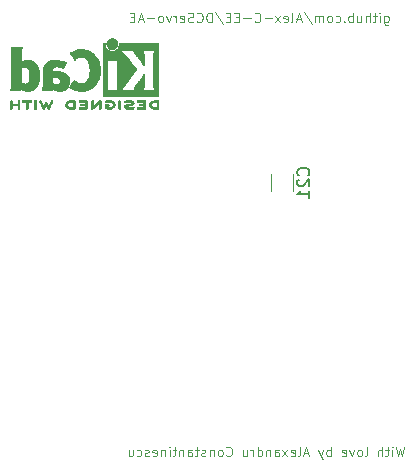
<source format=gbr>
%TF.GenerationSoftware,KiCad,Pcbnew,8.0.2*%
%TF.CreationDate,2024-11-04T12:25:00+02:00*%
%TF.ProjectId,Little Boy - External,4c697474-6c65-4204-926f-79202d204578,rev?*%
%TF.SameCoordinates,Original*%
%TF.FileFunction,Legend,Bot*%
%TF.FilePolarity,Positive*%
%FSLAX46Y46*%
G04 Gerber Fmt 4.6, Leading zero omitted, Abs format (unit mm)*
G04 Created by KiCad (PCBNEW 8.0.2) date 2024-11-04 12:25:00*
%MOMM*%
%LPD*%
G01*
G04 APERTURE LIST*
%ADD10C,0.100000*%
%ADD11C,0.150000*%
%ADD12C,0.120000*%
%ADD13C,0.010000*%
G04 APERTURE END LIST*
D10*
X155650877Y-44863561D02*
X155650877Y-45511180D01*
X155650877Y-45511180D02*
X155688972Y-45587371D01*
X155688972Y-45587371D02*
X155727068Y-45625466D01*
X155727068Y-45625466D02*
X155803258Y-45663561D01*
X155803258Y-45663561D02*
X155917544Y-45663561D01*
X155917544Y-45663561D02*
X155993734Y-45625466D01*
X155650877Y-45358800D02*
X155727068Y-45396895D01*
X155727068Y-45396895D02*
X155879449Y-45396895D01*
X155879449Y-45396895D02*
X155955639Y-45358800D01*
X155955639Y-45358800D02*
X155993734Y-45320704D01*
X155993734Y-45320704D02*
X156031830Y-45244514D01*
X156031830Y-45244514D02*
X156031830Y-45015942D01*
X156031830Y-45015942D02*
X155993734Y-44939752D01*
X155993734Y-44939752D02*
X155955639Y-44901657D01*
X155955639Y-44901657D02*
X155879449Y-44863561D01*
X155879449Y-44863561D02*
X155727068Y-44863561D01*
X155727068Y-44863561D02*
X155650877Y-44901657D01*
X155269924Y-45396895D02*
X155269924Y-44863561D01*
X155269924Y-44596895D02*
X155308020Y-44634990D01*
X155308020Y-44634990D02*
X155269924Y-44673085D01*
X155269924Y-44673085D02*
X155231829Y-44634990D01*
X155231829Y-44634990D02*
X155269924Y-44596895D01*
X155269924Y-44596895D02*
X155269924Y-44673085D01*
X155003258Y-44863561D02*
X154698496Y-44863561D01*
X154888972Y-44596895D02*
X154888972Y-45282609D01*
X154888972Y-45282609D02*
X154850877Y-45358800D01*
X154850877Y-45358800D02*
X154774687Y-45396895D01*
X154774687Y-45396895D02*
X154698496Y-45396895D01*
X154431829Y-45396895D02*
X154431829Y-44596895D01*
X154088972Y-45396895D02*
X154088972Y-44977847D01*
X154088972Y-44977847D02*
X154127067Y-44901657D01*
X154127067Y-44901657D02*
X154203258Y-44863561D01*
X154203258Y-44863561D02*
X154317544Y-44863561D01*
X154317544Y-44863561D02*
X154393734Y-44901657D01*
X154393734Y-44901657D02*
X154431829Y-44939752D01*
X153365162Y-44863561D02*
X153365162Y-45396895D01*
X153708019Y-44863561D02*
X153708019Y-45282609D01*
X153708019Y-45282609D02*
X153669924Y-45358800D01*
X153669924Y-45358800D02*
X153593734Y-45396895D01*
X153593734Y-45396895D02*
X153479448Y-45396895D01*
X153479448Y-45396895D02*
X153403257Y-45358800D01*
X153403257Y-45358800D02*
X153365162Y-45320704D01*
X152984209Y-45396895D02*
X152984209Y-44596895D01*
X152984209Y-44901657D02*
X152908019Y-44863561D01*
X152908019Y-44863561D02*
X152755638Y-44863561D01*
X152755638Y-44863561D02*
X152679447Y-44901657D01*
X152679447Y-44901657D02*
X152641352Y-44939752D01*
X152641352Y-44939752D02*
X152603257Y-45015942D01*
X152603257Y-45015942D02*
X152603257Y-45244514D01*
X152603257Y-45244514D02*
X152641352Y-45320704D01*
X152641352Y-45320704D02*
X152679447Y-45358800D01*
X152679447Y-45358800D02*
X152755638Y-45396895D01*
X152755638Y-45396895D02*
X152908019Y-45396895D01*
X152908019Y-45396895D02*
X152984209Y-45358800D01*
X152260399Y-45320704D02*
X152222304Y-45358800D01*
X152222304Y-45358800D02*
X152260399Y-45396895D01*
X152260399Y-45396895D02*
X152298495Y-45358800D01*
X152298495Y-45358800D02*
X152260399Y-45320704D01*
X152260399Y-45320704D02*
X152260399Y-45396895D01*
X151536590Y-45358800D02*
X151612781Y-45396895D01*
X151612781Y-45396895D02*
X151765162Y-45396895D01*
X151765162Y-45396895D02*
X151841352Y-45358800D01*
X151841352Y-45358800D02*
X151879447Y-45320704D01*
X151879447Y-45320704D02*
X151917543Y-45244514D01*
X151917543Y-45244514D02*
X151917543Y-45015942D01*
X151917543Y-45015942D02*
X151879447Y-44939752D01*
X151879447Y-44939752D02*
X151841352Y-44901657D01*
X151841352Y-44901657D02*
X151765162Y-44863561D01*
X151765162Y-44863561D02*
X151612781Y-44863561D01*
X151612781Y-44863561D02*
X151536590Y-44901657D01*
X151079448Y-45396895D02*
X151155638Y-45358800D01*
X151155638Y-45358800D02*
X151193733Y-45320704D01*
X151193733Y-45320704D02*
X151231829Y-45244514D01*
X151231829Y-45244514D02*
X151231829Y-45015942D01*
X151231829Y-45015942D02*
X151193733Y-44939752D01*
X151193733Y-44939752D02*
X151155638Y-44901657D01*
X151155638Y-44901657D02*
X151079448Y-44863561D01*
X151079448Y-44863561D02*
X150965162Y-44863561D01*
X150965162Y-44863561D02*
X150888971Y-44901657D01*
X150888971Y-44901657D02*
X150850876Y-44939752D01*
X150850876Y-44939752D02*
X150812781Y-45015942D01*
X150812781Y-45015942D02*
X150812781Y-45244514D01*
X150812781Y-45244514D02*
X150850876Y-45320704D01*
X150850876Y-45320704D02*
X150888971Y-45358800D01*
X150888971Y-45358800D02*
X150965162Y-45396895D01*
X150965162Y-45396895D02*
X151079448Y-45396895D01*
X150469923Y-45396895D02*
X150469923Y-44863561D01*
X150469923Y-44939752D02*
X150431828Y-44901657D01*
X150431828Y-44901657D02*
X150355638Y-44863561D01*
X150355638Y-44863561D02*
X150241352Y-44863561D01*
X150241352Y-44863561D02*
X150165161Y-44901657D01*
X150165161Y-44901657D02*
X150127066Y-44977847D01*
X150127066Y-44977847D02*
X150127066Y-45396895D01*
X150127066Y-44977847D02*
X150088971Y-44901657D01*
X150088971Y-44901657D02*
X150012780Y-44863561D01*
X150012780Y-44863561D02*
X149898495Y-44863561D01*
X149898495Y-44863561D02*
X149822304Y-44901657D01*
X149822304Y-44901657D02*
X149784209Y-44977847D01*
X149784209Y-44977847D02*
X149784209Y-45396895D01*
X148831828Y-44558800D02*
X149517542Y-45587371D01*
X148603257Y-45168323D02*
X148222304Y-45168323D01*
X148679447Y-45396895D02*
X148412780Y-44596895D01*
X148412780Y-44596895D02*
X148146114Y-45396895D01*
X147765162Y-45396895D02*
X147841352Y-45358800D01*
X147841352Y-45358800D02*
X147879447Y-45282609D01*
X147879447Y-45282609D02*
X147879447Y-44596895D01*
X147155637Y-45358800D02*
X147231828Y-45396895D01*
X147231828Y-45396895D02*
X147384209Y-45396895D01*
X147384209Y-45396895D02*
X147460399Y-45358800D01*
X147460399Y-45358800D02*
X147498495Y-45282609D01*
X147498495Y-45282609D02*
X147498495Y-44977847D01*
X147498495Y-44977847D02*
X147460399Y-44901657D01*
X147460399Y-44901657D02*
X147384209Y-44863561D01*
X147384209Y-44863561D02*
X147231828Y-44863561D01*
X147231828Y-44863561D02*
X147155637Y-44901657D01*
X147155637Y-44901657D02*
X147117542Y-44977847D01*
X147117542Y-44977847D02*
X147117542Y-45054038D01*
X147117542Y-45054038D02*
X147498495Y-45130228D01*
X146850876Y-45396895D02*
X146431828Y-44863561D01*
X146850876Y-44863561D02*
X146431828Y-45396895D01*
X146127066Y-45092133D02*
X145517543Y-45092133D01*
X144679447Y-45320704D02*
X144717543Y-45358800D01*
X144717543Y-45358800D02*
X144831828Y-45396895D01*
X144831828Y-45396895D02*
X144908019Y-45396895D01*
X144908019Y-45396895D02*
X145022305Y-45358800D01*
X145022305Y-45358800D02*
X145098495Y-45282609D01*
X145098495Y-45282609D02*
X145136590Y-45206419D01*
X145136590Y-45206419D02*
X145174686Y-45054038D01*
X145174686Y-45054038D02*
X145174686Y-44939752D01*
X145174686Y-44939752D02*
X145136590Y-44787371D01*
X145136590Y-44787371D02*
X145098495Y-44711180D01*
X145098495Y-44711180D02*
X145022305Y-44634990D01*
X145022305Y-44634990D02*
X144908019Y-44596895D01*
X144908019Y-44596895D02*
X144831828Y-44596895D01*
X144831828Y-44596895D02*
X144717543Y-44634990D01*
X144717543Y-44634990D02*
X144679447Y-44673085D01*
X144336590Y-45092133D02*
X143727067Y-45092133D01*
X143346114Y-44977847D02*
X143079448Y-44977847D01*
X142965162Y-45396895D02*
X143346114Y-45396895D01*
X143346114Y-45396895D02*
X143346114Y-44596895D01*
X143346114Y-44596895D02*
X142965162Y-44596895D01*
X142622304Y-44977847D02*
X142355638Y-44977847D01*
X142241352Y-45396895D02*
X142622304Y-45396895D01*
X142622304Y-45396895D02*
X142622304Y-44596895D01*
X142622304Y-44596895D02*
X142241352Y-44596895D01*
X141327066Y-44558800D02*
X142012780Y-45587371D01*
X141060399Y-45396895D02*
X141060399Y-44596895D01*
X141060399Y-44596895D02*
X140869923Y-44596895D01*
X140869923Y-44596895D02*
X140755637Y-44634990D01*
X140755637Y-44634990D02*
X140679447Y-44711180D01*
X140679447Y-44711180D02*
X140641352Y-44787371D01*
X140641352Y-44787371D02*
X140603256Y-44939752D01*
X140603256Y-44939752D02*
X140603256Y-45054038D01*
X140603256Y-45054038D02*
X140641352Y-45206419D01*
X140641352Y-45206419D02*
X140679447Y-45282609D01*
X140679447Y-45282609D02*
X140755637Y-45358800D01*
X140755637Y-45358800D02*
X140869923Y-45396895D01*
X140869923Y-45396895D02*
X141060399Y-45396895D01*
X139803256Y-45320704D02*
X139841352Y-45358800D01*
X139841352Y-45358800D02*
X139955637Y-45396895D01*
X139955637Y-45396895D02*
X140031828Y-45396895D01*
X140031828Y-45396895D02*
X140146114Y-45358800D01*
X140146114Y-45358800D02*
X140222304Y-45282609D01*
X140222304Y-45282609D02*
X140260399Y-45206419D01*
X140260399Y-45206419D02*
X140298495Y-45054038D01*
X140298495Y-45054038D02*
X140298495Y-44939752D01*
X140298495Y-44939752D02*
X140260399Y-44787371D01*
X140260399Y-44787371D02*
X140222304Y-44711180D01*
X140222304Y-44711180D02*
X140146114Y-44634990D01*
X140146114Y-44634990D02*
X140031828Y-44596895D01*
X140031828Y-44596895D02*
X139955637Y-44596895D01*
X139955637Y-44596895D02*
X139841352Y-44634990D01*
X139841352Y-44634990D02*
X139803256Y-44673085D01*
X139498495Y-45358800D02*
X139384209Y-45396895D01*
X139384209Y-45396895D02*
X139193733Y-45396895D01*
X139193733Y-45396895D02*
X139117542Y-45358800D01*
X139117542Y-45358800D02*
X139079447Y-45320704D01*
X139079447Y-45320704D02*
X139041352Y-45244514D01*
X139041352Y-45244514D02*
X139041352Y-45168323D01*
X139041352Y-45168323D02*
X139079447Y-45092133D01*
X139079447Y-45092133D02*
X139117542Y-45054038D01*
X139117542Y-45054038D02*
X139193733Y-45015942D01*
X139193733Y-45015942D02*
X139346114Y-44977847D01*
X139346114Y-44977847D02*
X139422304Y-44939752D01*
X139422304Y-44939752D02*
X139460399Y-44901657D01*
X139460399Y-44901657D02*
X139498495Y-44825466D01*
X139498495Y-44825466D02*
X139498495Y-44749276D01*
X139498495Y-44749276D02*
X139460399Y-44673085D01*
X139460399Y-44673085D02*
X139422304Y-44634990D01*
X139422304Y-44634990D02*
X139346114Y-44596895D01*
X139346114Y-44596895D02*
X139155637Y-44596895D01*
X139155637Y-44596895D02*
X139041352Y-44634990D01*
X138393732Y-45358800D02*
X138469923Y-45396895D01*
X138469923Y-45396895D02*
X138622304Y-45396895D01*
X138622304Y-45396895D02*
X138698494Y-45358800D01*
X138698494Y-45358800D02*
X138736590Y-45282609D01*
X138736590Y-45282609D02*
X138736590Y-44977847D01*
X138736590Y-44977847D02*
X138698494Y-44901657D01*
X138698494Y-44901657D02*
X138622304Y-44863561D01*
X138622304Y-44863561D02*
X138469923Y-44863561D01*
X138469923Y-44863561D02*
X138393732Y-44901657D01*
X138393732Y-44901657D02*
X138355637Y-44977847D01*
X138355637Y-44977847D02*
X138355637Y-45054038D01*
X138355637Y-45054038D02*
X138736590Y-45130228D01*
X138012780Y-45396895D02*
X138012780Y-44863561D01*
X138012780Y-45015942D02*
X137974685Y-44939752D01*
X137974685Y-44939752D02*
X137936590Y-44901657D01*
X137936590Y-44901657D02*
X137860399Y-44863561D01*
X137860399Y-44863561D02*
X137784209Y-44863561D01*
X137593733Y-44863561D02*
X137403257Y-45396895D01*
X137403257Y-45396895D02*
X137212780Y-44863561D01*
X136793733Y-45396895D02*
X136869923Y-45358800D01*
X136869923Y-45358800D02*
X136908018Y-45320704D01*
X136908018Y-45320704D02*
X136946114Y-45244514D01*
X136946114Y-45244514D02*
X136946114Y-45015942D01*
X136946114Y-45015942D02*
X136908018Y-44939752D01*
X136908018Y-44939752D02*
X136869923Y-44901657D01*
X136869923Y-44901657D02*
X136793733Y-44863561D01*
X136793733Y-44863561D02*
X136679447Y-44863561D01*
X136679447Y-44863561D02*
X136603256Y-44901657D01*
X136603256Y-44901657D02*
X136565161Y-44939752D01*
X136565161Y-44939752D02*
X136527066Y-45015942D01*
X136527066Y-45015942D02*
X136527066Y-45244514D01*
X136527066Y-45244514D02*
X136565161Y-45320704D01*
X136565161Y-45320704D02*
X136603256Y-45358800D01*
X136603256Y-45358800D02*
X136679447Y-45396895D01*
X136679447Y-45396895D02*
X136793733Y-45396895D01*
X136184208Y-45092133D02*
X135574685Y-45092133D01*
X135231828Y-45168323D02*
X134850875Y-45168323D01*
X135308018Y-45396895D02*
X135041351Y-44596895D01*
X135041351Y-44596895D02*
X134774685Y-45396895D01*
X134508018Y-44977847D02*
X134241352Y-44977847D01*
X134127066Y-45396895D02*
X134508018Y-45396895D01*
X134508018Y-45396895D02*
X134508018Y-44596895D01*
X134508018Y-44596895D02*
X134127066Y-44596895D01*
X157319925Y-81346895D02*
X157129449Y-82146895D01*
X157129449Y-82146895D02*
X156977068Y-81575466D01*
X156977068Y-81575466D02*
X156824687Y-82146895D01*
X156824687Y-82146895D02*
X156634211Y-81346895D01*
X156329448Y-82146895D02*
X156329448Y-81613561D01*
X156329448Y-81346895D02*
X156367544Y-81384990D01*
X156367544Y-81384990D02*
X156329448Y-81423085D01*
X156329448Y-81423085D02*
X156291353Y-81384990D01*
X156291353Y-81384990D02*
X156329448Y-81346895D01*
X156329448Y-81346895D02*
X156329448Y-81423085D01*
X156062782Y-81613561D02*
X155758020Y-81613561D01*
X155948496Y-81346895D02*
X155948496Y-82032609D01*
X155948496Y-82032609D02*
X155910401Y-82108800D01*
X155910401Y-82108800D02*
X155834211Y-82146895D01*
X155834211Y-82146895D02*
X155758020Y-82146895D01*
X155491353Y-82146895D02*
X155491353Y-81346895D01*
X155148496Y-82146895D02*
X155148496Y-81727847D01*
X155148496Y-81727847D02*
X155186591Y-81651657D01*
X155186591Y-81651657D02*
X155262782Y-81613561D01*
X155262782Y-81613561D02*
X155377068Y-81613561D01*
X155377068Y-81613561D02*
X155453258Y-81651657D01*
X155453258Y-81651657D02*
X155491353Y-81689752D01*
X154043734Y-82146895D02*
X154119924Y-82108800D01*
X154119924Y-82108800D02*
X154158019Y-82032609D01*
X154158019Y-82032609D02*
X154158019Y-81346895D01*
X153624686Y-82146895D02*
X153700876Y-82108800D01*
X153700876Y-82108800D02*
X153738971Y-82070704D01*
X153738971Y-82070704D02*
X153777067Y-81994514D01*
X153777067Y-81994514D02*
X153777067Y-81765942D01*
X153777067Y-81765942D02*
X153738971Y-81689752D01*
X153738971Y-81689752D02*
X153700876Y-81651657D01*
X153700876Y-81651657D02*
X153624686Y-81613561D01*
X153624686Y-81613561D02*
X153510400Y-81613561D01*
X153510400Y-81613561D02*
X153434209Y-81651657D01*
X153434209Y-81651657D02*
X153396114Y-81689752D01*
X153396114Y-81689752D02*
X153358019Y-81765942D01*
X153358019Y-81765942D02*
X153358019Y-81994514D01*
X153358019Y-81994514D02*
X153396114Y-82070704D01*
X153396114Y-82070704D02*
X153434209Y-82108800D01*
X153434209Y-82108800D02*
X153510400Y-82146895D01*
X153510400Y-82146895D02*
X153624686Y-82146895D01*
X153091352Y-81613561D02*
X152900876Y-82146895D01*
X152900876Y-82146895D02*
X152710399Y-81613561D01*
X152100875Y-82108800D02*
X152177066Y-82146895D01*
X152177066Y-82146895D02*
X152329447Y-82146895D01*
X152329447Y-82146895D02*
X152405637Y-82108800D01*
X152405637Y-82108800D02*
X152443733Y-82032609D01*
X152443733Y-82032609D02*
X152443733Y-81727847D01*
X152443733Y-81727847D02*
X152405637Y-81651657D01*
X152405637Y-81651657D02*
X152329447Y-81613561D01*
X152329447Y-81613561D02*
X152177066Y-81613561D01*
X152177066Y-81613561D02*
X152100875Y-81651657D01*
X152100875Y-81651657D02*
X152062780Y-81727847D01*
X152062780Y-81727847D02*
X152062780Y-81804038D01*
X152062780Y-81804038D02*
X152443733Y-81880228D01*
X151110399Y-82146895D02*
X151110399Y-81346895D01*
X151110399Y-81651657D02*
X151034209Y-81613561D01*
X151034209Y-81613561D02*
X150881828Y-81613561D01*
X150881828Y-81613561D02*
X150805637Y-81651657D01*
X150805637Y-81651657D02*
X150767542Y-81689752D01*
X150767542Y-81689752D02*
X150729447Y-81765942D01*
X150729447Y-81765942D02*
X150729447Y-81994514D01*
X150729447Y-81994514D02*
X150767542Y-82070704D01*
X150767542Y-82070704D02*
X150805637Y-82108800D01*
X150805637Y-82108800D02*
X150881828Y-82146895D01*
X150881828Y-82146895D02*
X151034209Y-82146895D01*
X151034209Y-82146895D02*
X151110399Y-82108800D01*
X150462780Y-81613561D02*
X150272304Y-82146895D01*
X150081827Y-81613561D02*
X150272304Y-82146895D01*
X150272304Y-82146895D02*
X150348494Y-82337371D01*
X150348494Y-82337371D02*
X150386589Y-82375466D01*
X150386589Y-82375466D02*
X150462780Y-82413561D01*
X149205637Y-81918323D02*
X148824684Y-81918323D01*
X149281827Y-82146895D02*
X149015160Y-81346895D01*
X149015160Y-81346895D02*
X148748494Y-82146895D01*
X148367542Y-82146895D02*
X148443732Y-82108800D01*
X148443732Y-82108800D02*
X148481827Y-82032609D01*
X148481827Y-82032609D02*
X148481827Y-81346895D01*
X147758017Y-82108800D02*
X147834208Y-82146895D01*
X147834208Y-82146895D02*
X147986589Y-82146895D01*
X147986589Y-82146895D02*
X148062779Y-82108800D01*
X148062779Y-82108800D02*
X148100875Y-82032609D01*
X148100875Y-82032609D02*
X148100875Y-81727847D01*
X148100875Y-81727847D02*
X148062779Y-81651657D01*
X148062779Y-81651657D02*
X147986589Y-81613561D01*
X147986589Y-81613561D02*
X147834208Y-81613561D01*
X147834208Y-81613561D02*
X147758017Y-81651657D01*
X147758017Y-81651657D02*
X147719922Y-81727847D01*
X147719922Y-81727847D02*
X147719922Y-81804038D01*
X147719922Y-81804038D02*
X148100875Y-81880228D01*
X147453256Y-82146895D02*
X147034208Y-81613561D01*
X147453256Y-81613561D02*
X147034208Y-82146895D01*
X146386589Y-82146895D02*
X146386589Y-81727847D01*
X146386589Y-81727847D02*
X146424684Y-81651657D01*
X146424684Y-81651657D02*
X146500875Y-81613561D01*
X146500875Y-81613561D02*
X146653256Y-81613561D01*
X146653256Y-81613561D02*
X146729446Y-81651657D01*
X146386589Y-82108800D02*
X146462780Y-82146895D01*
X146462780Y-82146895D02*
X146653256Y-82146895D01*
X146653256Y-82146895D02*
X146729446Y-82108800D01*
X146729446Y-82108800D02*
X146767542Y-82032609D01*
X146767542Y-82032609D02*
X146767542Y-81956419D01*
X146767542Y-81956419D02*
X146729446Y-81880228D01*
X146729446Y-81880228D02*
X146653256Y-81842133D01*
X146653256Y-81842133D02*
X146462780Y-81842133D01*
X146462780Y-81842133D02*
X146386589Y-81804038D01*
X146005636Y-81613561D02*
X146005636Y-82146895D01*
X146005636Y-81689752D02*
X145967541Y-81651657D01*
X145967541Y-81651657D02*
X145891351Y-81613561D01*
X145891351Y-81613561D02*
X145777065Y-81613561D01*
X145777065Y-81613561D02*
X145700874Y-81651657D01*
X145700874Y-81651657D02*
X145662779Y-81727847D01*
X145662779Y-81727847D02*
X145662779Y-82146895D01*
X144938969Y-82146895D02*
X144938969Y-81346895D01*
X144938969Y-82108800D02*
X145015160Y-82146895D01*
X145015160Y-82146895D02*
X145167541Y-82146895D01*
X145167541Y-82146895D02*
X145243731Y-82108800D01*
X145243731Y-82108800D02*
X145281826Y-82070704D01*
X145281826Y-82070704D02*
X145319922Y-81994514D01*
X145319922Y-81994514D02*
X145319922Y-81765942D01*
X145319922Y-81765942D02*
X145281826Y-81689752D01*
X145281826Y-81689752D02*
X145243731Y-81651657D01*
X145243731Y-81651657D02*
X145167541Y-81613561D01*
X145167541Y-81613561D02*
X145015160Y-81613561D01*
X145015160Y-81613561D02*
X144938969Y-81651657D01*
X144558016Y-82146895D02*
X144558016Y-81613561D01*
X144558016Y-81765942D02*
X144519921Y-81689752D01*
X144519921Y-81689752D02*
X144481826Y-81651657D01*
X144481826Y-81651657D02*
X144405635Y-81613561D01*
X144405635Y-81613561D02*
X144329445Y-81613561D01*
X143719921Y-81613561D02*
X143719921Y-82146895D01*
X144062778Y-81613561D02*
X144062778Y-82032609D01*
X144062778Y-82032609D02*
X144024683Y-82108800D01*
X144024683Y-82108800D02*
X143948493Y-82146895D01*
X143948493Y-82146895D02*
X143834207Y-82146895D01*
X143834207Y-82146895D02*
X143758016Y-82108800D01*
X143758016Y-82108800D02*
X143719921Y-82070704D01*
X142272301Y-82070704D02*
X142310397Y-82108800D01*
X142310397Y-82108800D02*
X142424682Y-82146895D01*
X142424682Y-82146895D02*
X142500873Y-82146895D01*
X142500873Y-82146895D02*
X142615159Y-82108800D01*
X142615159Y-82108800D02*
X142691349Y-82032609D01*
X142691349Y-82032609D02*
X142729444Y-81956419D01*
X142729444Y-81956419D02*
X142767540Y-81804038D01*
X142767540Y-81804038D02*
X142767540Y-81689752D01*
X142767540Y-81689752D02*
X142729444Y-81537371D01*
X142729444Y-81537371D02*
X142691349Y-81461180D01*
X142691349Y-81461180D02*
X142615159Y-81384990D01*
X142615159Y-81384990D02*
X142500873Y-81346895D01*
X142500873Y-81346895D02*
X142424682Y-81346895D01*
X142424682Y-81346895D02*
X142310397Y-81384990D01*
X142310397Y-81384990D02*
X142272301Y-81423085D01*
X141815159Y-82146895D02*
X141891349Y-82108800D01*
X141891349Y-82108800D02*
X141929444Y-82070704D01*
X141929444Y-82070704D02*
X141967540Y-81994514D01*
X141967540Y-81994514D02*
X141967540Y-81765942D01*
X141967540Y-81765942D02*
X141929444Y-81689752D01*
X141929444Y-81689752D02*
X141891349Y-81651657D01*
X141891349Y-81651657D02*
X141815159Y-81613561D01*
X141815159Y-81613561D02*
X141700873Y-81613561D01*
X141700873Y-81613561D02*
X141624682Y-81651657D01*
X141624682Y-81651657D02*
X141586587Y-81689752D01*
X141586587Y-81689752D02*
X141548492Y-81765942D01*
X141548492Y-81765942D02*
X141548492Y-81994514D01*
X141548492Y-81994514D02*
X141586587Y-82070704D01*
X141586587Y-82070704D02*
X141624682Y-82108800D01*
X141624682Y-82108800D02*
X141700873Y-82146895D01*
X141700873Y-82146895D02*
X141815159Y-82146895D01*
X141205634Y-81613561D02*
X141205634Y-82146895D01*
X141205634Y-81689752D02*
X141167539Y-81651657D01*
X141167539Y-81651657D02*
X141091349Y-81613561D01*
X141091349Y-81613561D02*
X140977063Y-81613561D01*
X140977063Y-81613561D02*
X140900872Y-81651657D01*
X140900872Y-81651657D02*
X140862777Y-81727847D01*
X140862777Y-81727847D02*
X140862777Y-82146895D01*
X140519920Y-82108800D02*
X140443729Y-82146895D01*
X140443729Y-82146895D02*
X140291348Y-82146895D01*
X140291348Y-82146895D02*
X140215158Y-82108800D01*
X140215158Y-82108800D02*
X140177062Y-82032609D01*
X140177062Y-82032609D02*
X140177062Y-81994514D01*
X140177062Y-81994514D02*
X140215158Y-81918323D01*
X140215158Y-81918323D02*
X140291348Y-81880228D01*
X140291348Y-81880228D02*
X140405634Y-81880228D01*
X140405634Y-81880228D02*
X140481824Y-81842133D01*
X140481824Y-81842133D02*
X140519920Y-81765942D01*
X140519920Y-81765942D02*
X140519920Y-81727847D01*
X140519920Y-81727847D02*
X140481824Y-81651657D01*
X140481824Y-81651657D02*
X140405634Y-81613561D01*
X140405634Y-81613561D02*
X140291348Y-81613561D01*
X140291348Y-81613561D02*
X140215158Y-81651657D01*
X139948491Y-81613561D02*
X139643729Y-81613561D01*
X139834205Y-81346895D02*
X139834205Y-82032609D01*
X139834205Y-82032609D02*
X139796110Y-82108800D01*
X139796110Y-82108800D02*
X139719920Y-82146895D01*
X139719920Y-82146895D02*
X139643729Y-82146895D01*
X139034205Y-82146895D02*
X139034205Y-81727847D01*
X139034205Y-81727847D02*
X139072300Y-81651657D01*
X139072300Y-81651657D02*
X139148491Y-81613561D01*
X139148491Y-81613561D02*
X139300872Y-81613561D01*
X139300872Y-81613561D02*
X139377062Y-81651657D01*
X139034205Y-82108800D02*
X139110396Y-82146895D01*
X139110396Y-82146895D02*
X139300872Y-82146895D01*
X139300872Y-82146895D02*
X139377062Y-82108800D01*
X139377062Y-82108800D02*
X139415158Y-82032609D01*
X139415158Y-82032609D02*
X139415158Y-81956419D01*
X139415158Y-81956419D02*
X139377062Y-81880228D01*
X139377062Y-81880228D02*
X139300872Y-81842133D01*
X139300872Y-81842133D02*
X139110396Y-81842133D01*
X139110396Y-81842133D02*
X139034205Y-81804038D01*
X138653252Y-81613561D02*
X138653252Y-82146895D01*
X138653252Y-81689752D02*
X138615157Y-81651657D01*
X138615157Y-81651657D02*
X138538967Y-81613561D01*
X138538967Y-81613561D02*
X138424681Y-81613561D01*
X138424681Y-81613561D02*
X138348490Y-81651657D01*
X138348490Y-81651657D02*
X138310395Y-81727847D01*
X138310395Y-81727847D02*
X138310395Y-82146895D01*
X138043728Y-81613561D02*
X137738966Y-81613561D01*
X137929442Y-81346895D02*
X137929442Y-82032609D01*
X137929442Y-82032609D02*
X137891347Y-82108800D01*
X137891347Y-82108800D02*
X137815157Y-82146895D01*
X137815157Y-82146895D02*
X137738966Y-82146895D01*
X137472299Y-82146895D02*
X137472299Y-81613561D01*
X137472299Y-81346895D02*
X137510395Y-81384990D01*
X137510395Y-81384990D02*
X137472299Y-81423085D01*
X137472299Y-81423085D02*
X137434204Y-81384990D01*
X137434204Y-81384990D02*
X137472299Y-81346895D01*
X137472299Y-81346895D02*
X137472299Y-81423085D01*
X137091347Y-81613561D02*
X137091347Y-82146895D01*
X137091347Y-81689752D02*
X137053252Y-81651657D01*
X137053252Y-81651657D02*
X136977062Y-81613561D01*
X136977062Y-81613561D02*
X136862776Y-81613561D01*
X136862776Y-81613561D02*
X136786585Y-81651657D01*
X136786585Y-81651657D02*
X136748490Y-81727847D01*
X136748490Y-81727847D02*
X136748490Y-82146895D01*
X136062775Y-82108800D02*
X136138966Y-82146895D01*
X136138966Y-82146895D02*
X136291347Y-82146895D01*
X136291347Y-82146895D02*
X136367537Y-82108800D01*
X136367537Y-82108800D02*
X136405633Y-82032609D01*
X136405633Y-82032609D02*
X136405633Y-81727847D01*
X136405633Y-81727847D02*
X136367537Y-81651657D01*
X136367537Y-81651657D02*
X136291347Y-81613561D01*
X136291347Y-81613561D02*
X136138966Y-81613561D01*
X136138966Y-81613561D02*
X136062775Y-81651657D01*
X136062775Y-81651657D02*
X136024680Y-81727847D01*
X136024680Y-81727847D02*
X136024680Y-81804038D01*
X136024680Y-81804038D02*
X136405633Y-81880228D01*
X135719919Y-82108800D02*
X135643728Y-82146895D01*
X135643728Y-82146895D02*
X135491347Y-82146895D01*
X135491347Y-82146895D02*
X135415157Y-82108800D01*
X135415157Y-82108800D02*
X135377061Y-82032609D01*
X135377061Y-82032609D02*
X135377061Y-81994514D01*
X135377061Y-81994514D02*
X135415157Y-81918323D01*
X135415157Y-81918323D02*
X135491347Y-81880228D01*
X135491347Y-81880228D02*
X135605633Y-81880228D01*
X135605633Y-81880228D02*
X135681823Y-81842133D01*
X135681823Y-81842133D02*
X135719919Y-81765942D01*
X135719919Y-81765942D02*
X135719919Y-81727847D01*
X135719919Y-81727847D02*
X135681823Y-81651657D01*
X135681823Y-81651657D02*
X135605633Y-81613561D01*
X135605633Y-81613561D02*
X135491347Y-81613561D01*
X135491347Y-81613561D02*
X135415157Y-81651657D01*
X134691347Y-82108800D02*
X134767538Y-82146895D01*
X134767538Y-82146895D02*
X134919919Y-82146895D01*
X134919919Y-82146895D02*
X134996109Y-82108800D01*
X134996109Y-82108800D02*
X135034204Y-82070704D01*
X135034204Y-82070704D02*
X135072300Y-81994514D01*
X135072300Y-81994514D02*
X135072300Y-81765942D01*
X135072300Y-81765942D02*
X135034204Y-81689752D01*
X135034204Y-81689752D02*
X134996109Y-81651657D01*
X134996109Y-81651657D02*
X134919919Y-81613561D01*
X134919919Y-81613561D02*
X134767538Y-81613561D01*
X134767538Y-81613561D02*
X134691347Y-81651657D01*
X134005633Y-81613561D02*
X134005633Y-82146895D01*
X134348490Y-81613561D02*
X134348490Y-82032609D01*
X134348490Y-82032609D02*
X134310395Y-82108800D01*
X134310395Y-82108800D02*
X134234205Y-82146895D01*
X134234205Y-82146895D02*
X134119919Y-82146895D01*
X134119919Y-82146895D02*
X134043728Y-82108800D01*
X134043728Y-82108800D02*
X134005633Y-82070704D01*
D11*
X149209580Y-58357142D02*
X149257200Y-58309523D01*
X149257200Y-58309523D02*
X149304819Y-58166666D01*
X149304819Y-58166666D02*
X149304819Y-58071428D01*
X149304819Y-58071428D02*
X149257200Y-57928571D01*
X149257200Y-57928571D02*
X149161961Y-57833333D01*
X149161961Y-57833333D02*
X149066723Y-57785714D01*
X149066723Y-57785714D02*
X148876247Y-57738095D01*
X148876247Y-57738095D02*
X148733390Y-57738095D01*
X148733390Y-57738095D02*
X148542914Y-57785714D01*
X148542914Y-57785714D02*
X148447676Y-57833333D01*
X148447676Y-57833333D02*
X148352438Y-57928571D01*
X148352438Y-57928571D02*
X148304819Y-58071428D01*
X148304819Y-58071428D02*
X148304819Y-58166666D01*
X148304819Y-58166666D02*
X148352438Y-58309523D01*
X148352438Y-58309523D02*
X148400057Y-58357142D01*
X148400057Y-58738095D02*
X148352438Y-58785714D01*
X148352438Y-58785714D02*
X148304819Y-58880952D01*
X148304819Y-58880952D02*
X148304819Y-59119047D01*
X148304819Y-59119047D02*
X148352438Y-59214285D01*
X148352438Y-59214285D02*
X148400057Y-59261904D01*
X148400057Y-59261904D02*
X148495295Y-59309523D01*
X148495295Y-59309523D02*
X148590533Y-59309523D01*
X148590533Y-59309523D02*
X148733390Y-59261904D01*
X148733390Y-59261904D02*
X149304819Y-58690476D01*
X149304819Y-58690476D02*
X149304819Y-59309523D01*
X149304819Y-60261904D02*
X149304819Y-59690476D01*
X149304819Y-59976190D02*
X148304819Y-59976190D01*
X148304819Y-59976190D02*
X148447676Y-59880952D01*
X148447676Y-59880952D02*
X148542914Y-59785714D01*
X148542914Y-59785714D02*
X148590533Y-59690476D01*
D12*
%TO.C,C21*%
X146090000Y-58288748D02*
X146090000Y-59711252D01*
X147910000Y-58288748D02*
X147910000Y-59711252D01*
D13*
%TO.C,REF\u002A\u002A*%
X126105406Y-52024949D02*
X126131127Y-52040647D01*
X126157778Y-52062227D01*
X126157778Y-52709684D01*
X126131127Y-52731264D01*
X126099767Y-52748739D01*
X126063966Y-52749575D01*
X126032528Y-52729082D01*
X126028652Y-52724416D01*
X126023186Y-52714949D01*
X126018979Y-52701267D01*
X126015867Y-52680748D01*
X126013687Y-52650768D01*
X126012276Y-52608704D01*
X126011471Y-52551932D01*
X126011107Y-52477830D01*
X126011022Y-52383773D01*
X126011022Y-52062227D01*
X126037673Y-52040647D01*
X126061386Y-52025877D01*
X126084400Y-52019067D01*
X126105406Y-52024949D01*
G36*
X126105406Y-52024949D02*
G01*
X126131127Y-52040647D01*
X126157778Y-52062227D01*
X126157778Y-52709684D01*
X126131127Y-52731264D01*
X126099767Y-52748739D01*
X126063966Y-52749575D01*
X126032528Y-52729082D01*
X126028652Y-52724416D01*
X126023186Y-52714949D01*
X126018979Y-52701267D01*
X126015867Y-52680748D01*
X126013687Y-52650768D01*
X126012276Y-52608704D01*
X126011471Y-52551932D01*
X126011107Y-52477830D01*
X126011022Y-52383773D01*
X126011022Y-52062227D01*
X126037673Y-52040647D01*
X126061386Y-52025877D01*
X126084400Y-52019067D01*
X126105406Y-52024949D01*
G37*
X133236137Y-52023463D02*
X133270291Y-52046776D01*
X133298000Y-52074485D01*
X133298000Y-52387537D01*
X133297959Y-52471567D01*
X133297701Y-52545789D01*
X133297030Y-52602541D01*
X133295752Y-52644512D01*
X133293673Y-52674389D01*
X133290599Y-52694861D01*
X133286334Y-52708614D01*
X133280684Y-52718337D01*
X133273455Y-52726717D01*
X133241991Y-52748181D01*
X133206826Y-52749947D01*
X133173822Y-52730267D01*
X133168516Y-52724398D01*
X133163066Y-52715314D01*
X133158900Y-52701973D01*
X133155846Y-52681757D01*
X133153732Y-52652049D01*
X133152386Y-52610232D01*
X133151638Y-52553689D01*
X133151314Y-52479802D01*
X133151245Y-52385956D01*
X133151284Y-52310294D01*
X133151539Y-52232385D01*
X133152183Y-52172375D01*
X133153387Y-52127648D01*
X133155324Y-52095585D01*
X133158164Y-52073571D01*
X133162079Y-52058987D01*
X133167242Y-52049218D01*
X133173822Y-52041645D01*
X133203006Y-52022623D01*
X133236137Y-52023463D01*
G36*
X133236137Y-52023463D02*
G01*
X133270291Y-52046776D01*
X133298000Y-52074485D01*
X133298000Y-52387537D01*
X133297959Y-52471567D01*
X133297701Y-52545789D01*
X133297030Y-52602541D01*
X133295752Y-52644512D01*
X133293673Y-52674389D01*
X133290599Y-52694861D01*
X133286334Y-52708614D01*
X133280684Y-52718337D01*
X133273455Y-52726717D01*
X133241991Y-52748181D01*
X133206826Y-52749947D01*
X133173822Y-52730267D01*
X133168516Y-52724398D01*
X133163066Y-52715314D01*
X133158900Y-52701973D01*
X133155846Y-52681757D01*
X133153732Y-52652049D01*
X133152386Y-52610232D01*
X133151638Y-52553689D01*
X133151314Y-52479802D01*
X133151245Y-52385956D01*
X133151284Y-52310294D01*
X133151539Y-52232385D01*
X133152183Y-52172375D01*
X133153387Y-52127648D01*
X133155324Y-52095585D01*
X133158164Y-52073571D01*
X133162079Y-52058987D01*
X133167242Y-52049218D01*
X133173822Y-52041645D01*
X133203006Y-52022623D01*
X133236137Y-52023463D01*
G37*
X132704562Y-46782850D02*
X132787313Y-46810053D01*
X132862406Y-46855484D01*
X132934298Y-46921302D01*
X132972846Y-46965567D01*
X133012256Y-47023961D01*
X133037446Y-47084586D01*
X133050861Y-47153865D01*
X133054948Y-47238222D01*
X133054669Y-47284307D01*
X133052460Y-47325450D01*
X133046894Y-47357582D01*
X133036586Y-47388122D01*
X133020148Y-47424489D01*
X133006200Y-47451728D01*
X132947665Y-47537429D01*
X132875619Y-47606617D01*
X132791947Y-47657741D01*
X132698531Y-47689250D01*
X132665434Y-47696225D01*
X132624960Y-47703094D01*
X132591999Y-47704919D01*
X132557698Y-47701947D01*
X132513200Y-47694426D01*
X132461934Y-47682002D01*
X132371434Y-47644112D01*
X132292345Y-47589836D01*
X132226528Y-47521770D01*
X132175840Y-47442511D01*
X132142140Y-47354654D01*
X132127286Y-47260795D01*
X132133136Y-47163530D01*
X132159399Y-47067220D01*
X132204418Y-46978494D01*
X132265373Y-46903419D01*
X132340184Y-46843641D01*
X132426768Y-46800809D01*
X132523043Y-46776571D01*
X132626928Y-46772576D01*
X132704562Y-46782850D01*
G36*
X132704562Y-46782850D02*
G01*
X132787313Y-46810053D01*
X132862406Y-46855484D01*
X132934298Y-46921302D01*
X132972846Y-46965567D01*
X133012256Y-47023961D01*
X133037446Y-47084586D01*
X133050861Y-47153865D01*
X133054948Y-47238222D01*
X133054669Y-47284307D01*
X133052460Y-47325450D01*
X133046894Y-47357582D01*
X133036586Y-47388122D01*
X133020148Y-47424489D01*
X133006200Y-47451728D01*
X132947665Y-47537429D01*
X132875619Y-47606617D01*
X132791947Y-47657741D01*
X132698531Y-47689250D01*
X132665434Y-47696225D01*
X132624960Y-47703094D01*
X132591999Y-47704919D01*
X132557698Y-47701947D01*
X132513200Y-47694426D01*
X132461934Y-47682002D01*
X132371434Y-47644112D01*
X132292345Y-47589836D01*
X132226528Y-47521770D01*
X132175840Y-47442511D01*
X132142140Y-47354654D01*
X132127286Y-47260795D01*
X132133136Y-47163530D01*
X132159399Y-47067220D01*
X132204418Y-46978494D01*
X132265373Y-46903419D01*
X132340184Y-46843641D01*
X132426768Y-46800809D01*
X132523043Y-46776571D01*
X132626928Y-46772576D01*
X132704562Y-46782850D01*
G37*
X125405767Y-52019068D02*
X125499890Y-52019158D01*
X125574405Y-52019498D01*
X125631811Y-52020239D01*
X125674611Y-52021535D01*
X125705304Y-52023537D01*
X125726391Y-52026396D01*
X125740373Y-52030266D01*
X125749750Y-52035298D01*
X125757022Y-52041645D01*
X125775828Y-52074362D01*
X125777275Y-52111939D01*
X125760917Y-52145178D01*
X125759557Y-52146631D01*
X125748354Y-52154992D01*
X125731252Y-52160547D01*
X125704082Y-52163840D01*
X125662678Y-52165418D01*
X125602873Y-52165822D01*
X125463511Y-52165822D01*
X125463511Y-52429589D01*
X125463436Y-52505417D01*
X125463028Y-52572083D01*
X125462046Y-52621867D01*
X125460250Y-52657784D01*
X125457399Y-52682850D01*
X125453253Y-52700081D01*
X125447571Y-52712492D01*
X125440114Y-52723100D01*
X125437824Y-52725906D01*
X125406646Y-52748548D01*
X125372266Y-52750112D01*
X125339334Y-52730267D01*
X125332355Y-52722191D01*
X125326883Y-52711593D01*
X125322863Y-52695749D01*
X125320072Y-52671773D01*
X125318288Y-52636774D01*
X125317289Y-52587864D01*
X125316852Y-52522154D01*
X125316756Y-52436756D01*
X125316756Y-52165822D01*
X125170820Y-52165822D01*
X125159720Y-52165821D01*
X125103202Y-52165596D01*
X125064358Y-52164457D01*
X125038965Y-52161657D01*
X125022804Y-52156450D01*
X125011652Y-52148089D01*
X125001289Y-52135826D01*
X124985441Y-52105138D01*
X124988543Y-52071358D01*
X125014187Y-52038822D01*
X125019129Y-52035105D01*
X125029338Y-52030269D01*
X125044764Y-52026506D01*
X125067886Y-52023683D01*
X125101183Y-52021670D01*
X125147137Y-52020333D01*
X125208228Y-52019542D01*
X125286935Y-52019163D01*
X125385740Y-52019067D01*
X125405767Y-52019068D01*
G36*
X125405767Y-52019068D02*
G01*
X125499890Y-52019158D01*
X125574405Y-52019498D01*
X125631811Y-52020239D01*
X125674611Y-52021535D01*
X125705304Y-52023537D01*
X125726391Y-52026396D01*
X125740373Y-52030266D01*
X125749750Y-52035298D01*
X125757022Y-52041645D01*
X125775828Y-52074362D01*
X125777275Y-52111939D01*
X125760917Y-52145178D01*
X125759557Y-52146631D01*
X125748354Y-52154992D01*
X125731252Y-52160547D01*
X125704082Y-52163840D01*
X125662678Y-52165418D01*
X125602873Y-52165822D01*
X125463511Y-52165822D01*
X125463511Y-52429589D01*
X125463436Y-52505417D01*
X125463028Y-52572083D01*
X125462046Y-52621867D01*
X125460250Y-52657784D01*
X125457399Y-52682850D01*
X125453253Y-52700081D01*
X125447571Y-52712492D01*
X125440114Y-52723100D01*
X125437824Y-52725906D01*
X125406646Y-52748548D01*
X125372266Y-52750112D01*
X125339334Y-52730267D01*
X125332355Y-52722191D01*
X125326883Y-52711593D01*
X125322863Y-52695749D01*
X125320072Y-52671773D01*
X125318288Y-52636774D01*
X125317289Y-52587864D01*
X125316852Y-52522154D01*
X125316756Y-52436756D01*
X125316756Y-52165822D01*
X125170820Y-52165822D01*
X125159720Y-52165821D01*
X125103202Y-52165596D01*
X125064358Y-52164457D01*
X125038965Y-52161657D01*
X125022804Y-52156450D01*
X125011652Y-52148089D01*
X125001289Y-52135826D01*
X124985441Y-52105138D01*
X124988543Y-52071358D01*
X125014187Y-52038822D01*
X125019129Y-52035105D01*
X125029338Y-52030269D01*
X125044764Y-52026506D01*
X125067886Y-52023683D01*
X125101183Y-52021670D01*
X125147137Y-52020333D01*
X125208228Y-52019542D01*
X125286935Y-52019163D01*
X125385740Y-52019067D01*
X125405767Y-52019068D01*
G37*
X124729734Y-52041645D02*
X124735366Y-52047835D01*
X124740456Y-52056041D01*
X124744543Y-52067817D01*
X124747721Y-52085276D01*
X124750087Y-52110530D01*
X124751738Y-52145690D01*
X124752769Y-52192869D01*
X124753277Y-52254177D01*
X124753359Y-52331727D01*
X124753109Y-52427631D01*
X124752625Y-52544000D01*
X124752557Y-52558175D01*
X124751971Y-52619937D01*
X124750648Y-52663620D01*
X124748103Y-52693001D01*
X124743848Y-52711855D01*
X124737396Y-52723959D01*
X124728262Y-52733089D01*
X124694804Y-52750506D01*
X124659856Y-52747604D01*
X124628953Y-52723100D01*
X124619944Y-52709897D01*
X124612492Y-52691361D01*
X124608124Y-52665333D01*
X124606069Y-52626787D01*
X124605556Y-52570700D01*
X124605556Y-52448045D01*
X124108845Y-52448045D01*
X124108845Y-52582871D01*
X124108772Y-52618662D01*
X124108009Y-52664992D01*
X124105833Y-52695526D01*
X124101536Y-52714557D01*
X124094412Y-52726374D01*
X124083755Y-52735271D01*
X124051504Y-52750341D01*
X124016217Y-52747673D01*
X123985486Y-52723100D01*
X123980831Y-52716845D01*
X123974895Y-52706321D01*
X123970364Y-52692391D01*
X123967048Y-52672317D01*
X123964759Y-52643360D01*
X123963308Y-52602780D01*
X123962505Y-52547840D01*
X123962162Y-52475799D01*
X123962089Y-52383920D01*
X123962089Y-52074485D01*
X123989798Y-52046776D01*
X124021177Y-52024533D01*
X124054406Y-52021844D01*
X124086267Y-52041645D01*
X124094553Y-52051415D01*
X124101965Y-52067307D01*
X124106302Y-52091275D01*
X124108338Y-52128148D01*
X124108845Y-52182756D01*
X124108845Y-52301289D01*
X124605556Y-52301289D01*
X124605556Y-52185776D01*
X124605994Y-52134078D01*
X124607958Y-52099554D01*
X124612474Y-52076978D01*
X124620567Y-52061126D01*
X124633265Y-52046776D01*
X124664643Y-52024533D01*
X124697872Y-52021844D01*
X124729734Y-52041645D01*
G36*
X124729734Y-52041645D02*
G01*
X124735366Y-52047835D01*
X124740456Y-52056041D01*
X124744543Y-52067817D01*
X124747721Y-52085276D01*
X124750087Y-52110530D01*
X124751738Y-52145690D01*
X124752769Y-52192869D01*
X124753277Y-52254177D01*
X124753359Y-52331727D01*
X124753109Y-52427631D01*
X124752625Y-52544000D01*
X124752557Y-52558175D01*
X124751971Y-52619937D01*
X124750648Y-52663620D01*
X124748103Y-52693001D01*
X124743848Y-52711855D01*
X124737396Y-52723959D01*
X124728262Y-52733089D01*
X124694804Y-52750506D01*
X124659856Y-52747604D01*
X124628953Y-52723100D01*
X124619944Y-52709897D01*
X124612492Y-52691361D01*
X124608124Y-52665333D01*
X124606069Y-52626787D01*
X124605556Y-52570700D01*
X124605556Y-52448045D01*
X124108845Y-52448045D01*
X124108845Y-52582871D01*
X124108772Y-52618662D01*
X124108009Y-52664992D01*
X124105833Y-52695526D01*
X124101536Y-52714557D01*
X124094412Y-52726374D01*
X124083755Y-52735271D01*
X124051504Y-52750341D01*
X124016217Y-52747673D01*
X123985486Y-52723100D01*
X123980831Y-52716845D01*
X123974895Y-52706321D01*
X123970364Y-52692391D01*
X123967048Y-52672317D01*
X123964759Y-52643360D01*
X123963308Y-52602780D01*
X123962505Y-52547840D01*
X123962162Y-52475799D01*
X123962089Y-52383920D01*
X123962089Y-52074485D01*
X123989798Y-52046776D01*
X124021177Y-52024533D01*
X124054406Y-52021844D01*
X124086267Y-52041645D01*
X124094553Y-52051415D01*
X124101965Y-52067307D01*
X124106302Y-52091275D01*
X124108338Y-52128148D01*
X124108845Y-52182756D01*
X124108845Y-52301289D01*
X124605556Y-52301289D01*
X124605556Y-52185776D01*
X124605994Y-52134078D01*
X124607958Y-52099554D01*
X124612474Y-52076978D01*
X124620567Y-52061126D01*
X124633265Y-52046776D01*
X124664643Y-52024533D01*
X124697872Y-52021844D01*
X124729734Y-52041645D01*
G37*
X129435133Y-52630396D02*
X129433163Y-52663175D01*
X129430235Y-52686095D01*
X129426158Y-52701897D01*
X129420743Y-52713319D01*
X129413803Y-52723100D01*
X129390406Y-52752845D01*
X129224714Y-52752251D01*
X129189918Y-52751953D01*
X129091435Y-52748522D01*
X129010473Y-52740839D01*
X128943379Y-52728282D01*
X128886496Y-52710227D01*
X128836169Y-52686052D01*
X128832810Y-52684135D01*
X128774998Y-52647417D01*
X128732644Y-52610451D01*
X128699828Y-52566966D01*
X128670628Y-52510689D01*
X128666346Y-52501073D01*
X128643769Y-52437887D01*
X128638034Y-52392333D01*
X128787279Y-52392333D01*
X128792892Y-52417061D01*
X128798618Y-52432939D01*
X128831548Y-52492847D01*
X128878886Y-52538600D01*
X128942652Y-52571736D01*
X129024861Y-52593790D01*
X129027655Y-52594292D01*
X129073940Y-52600255D01*
X129130336Y-52604483D01*
X129185274Y-52606089D01*
X129279156Y-52606089D01*
X129279156Y-52165822D01*
X129191667Y-52166270D01*
X129124747Y-52168746D01*
X129032349Y-52179998D01*
X128953034Y-52199537D01*
X128891060Y-52226511D01*
X128860120Y-52247240D01*
X128832000Y-52277006D01*
X128808660Y-52319434D01*
X128801533Y-52335400D01*
X128789709Y-52367902D01*
X128787279Y-52392333D01*
X128638034Y-52392333D01*
X128636797Y-52382509D01*
X128645399Y-52327483D01*
X128669541Y-52265351D01*
X128670337Y-52263658D01*
X128710788Y-52194236D01*
X128761473Y-52137638D01*
X128824198Y-52093070D01*
X128900774Y-52059741D01*
X128993009Y-52036861D01*
X129102712Y-52023636D01*
X129231691Y-52019275D01*
X129235263Y-52019270D01*
X129295283Y-52019410D01*
X129337214Y-52020446D01*
X129365328Y-52023040D01*
X129383897Y-52027853D01*
X129397194Y-52035544D01*
X129409491Y-52046776D01*
X129437200Y-52074485D01*
X129437200Y-52383920D01*
X129437175Y-52445526D01*
X129436950Y-52524311D01*
X129436332Y-52585021D01*
X129435775Y-52606089D01*
X129435133Y-52630396D01*
G36*
X129435133Y-52630396D02*
G01*
X129433163Y-52663175D01*
X129430235Y-52686095D01*
X129426158Y-52701897D01*
X129420743Y-52713319D01*
X129413803Y-52723100D01*
X129390406Y-52752845D01*
X129224714Y-52752251D01*
X129189918Y-52751953D01*
X129091435Y-52748522D01*
X129010473Y-52740839D01*
X128943379Y-52728282D01*
X128886496Y-52710227D01*
X128836169Y-52686052D01*
X128832810Y-52684135D01*
X128774998Y-52647417D01*
X128732644Y-52610451D01*
X128699828Y-52566966D01*
X128670628Y-52510689D01*
X128666346Y-52501073D01*
X128643769Y-52437887D01*
X128638034Y-52392333D01*
X128787279Y-52392333D01*
X128792892Y-52417061D01*
X128798618Y-52432939D01*
X128831548Y-52492847D01*
X128878886Y-52538600D01*
X128942652Y-52571736D01*
X129024861Y-52593790D01*
X129027655Y-52594292D01*
X129073940Y-52600255D01*
X129130336Y-52604483D01*
X129185274Y-52606089D01*
X129279156Y-52606089D01*
X129279156Y-52165822D01*
X129191667Y-52166270D01*
X129124747Y-52168746D01*
X129032349Y-52179998D01*
X128953034Y-52199537D01*
X128891060Y-52226511D01*
X128860120Y-52247240D01*
X128832000Y-52277006D01*
X128808660Y-52319434D01*
X128801533Y-52335400D01*
X128789709Y-52367902D01*
X128787279Y-52392333D01*
X128638034Y-52392333D01*
X128636797Y-52382509D01*
X128645399Y-52327483D01*
X128669541Y-52265351D01*
X128670337Y-52263658D01*
X128710788Y-52194236D01*
X128761473Y-52137638D01*
X128824198Y-52093070D01*
X128900774Y-52059741D01*
X128993009Y-52036861D01*
X129102712Y-52023636D01*
X129231691Y-52019275D01*
X129235263Y-52019270D01*
X129295283Y-52019410D01*
X129337214Y-52020446D01*
X129365328Y-52023040D01*
X129383897Y-52027853D01*
X129397194Y-52035544D01*
X129409491Y-52046776D01*
X129437200Y-52074485D01*
X129437200Y-52383920D01*
X129437175Y-52445526D01*
X129436950Y-52524311D01*
X129436332Y-52585021D01*
X129435775Y-52606089D01*
X129435133Y-52630396D01*
G37*
X136526817Y-52204427D02*
X136526870Y-52285041D01*
X136526622Y-52385956D01*
X136526583Y-52461617D01*
X136526328Y-52539526D01*
X136525684Y-52599536D01*
X136524480Y-52644264D01*
X136522543Y-52676326D01*
X136519703Y-52698340D01*
X136515788Y-52712924D01*
X136510626Y-52722694D01*
X136504045Y-52730267D01*
X136497077Y-52736501D01*
X136484079Y-52743801D01*
X136464931Y-52748554D01*
X136435528Y-52751292D01*
X136391762Y-52752545D01*
X136329528Y-52752845D01*
X136280582Y-52752469D01*
X136173722Y-52748041D01*
X136084494Y-52737953D01*
X136009696Y-52721365D01*
X135946125Y-52697435D01*
X135890579Y-52665321D01*
X135839854Y-52624182D01*
X135833866Y-52618330D01*
X135796999Y-52569821D01*
X135765899Y-52509013D01*
X135744417Y-52444769D01*
X135739136Y-52406026D01*
X135886353Y-52406026D01*
X135904635Y-52456961D01*
X135934305Y-52502878D01*
X135981002Y-52545287D01*
X136042392Y-52575090D01*
X136121538Y-52594226D01*
X136123028Y-52594464D01*
X136171999Y-52600256D01*
X136230693Y-52604396D01*
X136286734Y-52606004D01*
X136379867Y-52606089D01*
X136379867Y-52165822D01*
X136303667Y-52165808D01*
X136300639Y-52165817D01*
X136249519Y-52167782D01*
X136189416Y-52172507D01*
X136132708Y-52179035D01*
X136082750Y-52188331D01*
X136007998Y-52214600D01*
X135950489Y-52253899D01*
X135908988Y-52306933D01*
X135887771Y-52358200D01*
X135886353Y-52406026D01*
X135739136Y-52406026D01*
X135736400Y-52385956D01*
X135737679Y-52364739D01*
X135749991Y-52307323D01*
X135772520Y-52247413D01*
X135801750Y-52193363D01*
X135834167Y-52153532D01*
X135853708Y-52136510D01*
X135908420Y-52097322D01*
X135968723Y-52067193D01*
X136037919Y-52045232D01*
X136119311Y-52030550D01*
X136216200Y-52022259D01*
X136331889Y-52019467D01*
X136371371Y-52019066D01*
X136417082Y-52018653D01*
X136452883Y-52020457D01*
X136479974Y-52026739D01*
X136499556Y-52039759D01*
X136512830Y-52061778D01*
X136520998Y-52095055D01*
X136525260Y-52141851D01*
X136525857Y-52165822D01*
X136526817Y-52204427D01*
G36*
X136526817Y-52204427D02*
G01*
X136526870Y-52285041D01*
X136526622Y-52385956D01*
X136526583Y-52461617D01*
X136526328Y-52539526D01*
X136525684Y-52599536D01*
X136524480Y-52644264D01*
X136522543Y-52676326D01*
X136519703Y-52698340D01*
X136515788Y-52712924D01*
X136510626Y-52722694D01*
X136504045Y-52730267D01*
X136497077Y-52736501D01*
X136484079Y-52743801D01*
X136464931Y-52748554D01*
X136435528Y-52751292D01*
X136391762Y-52752545D01*
X136329528Y-52752845D01*
X136280582Y-52752469D01*
X136173722Y-52748041D01*
X136084494Y-52737953D01*
X136009696Y-52721365D01*
X135946125Y-52697435D01*
X135890579Y-52665321D01*
X135839854Y-52624182D01*
X135833866Y-52618330D01*
X135796999Y-52569821D01*
X135765899Y-52509013D01*
X135744417Y-52444769D01*
X135739136Y-52406026D01*
X135886353Y-52406026D01*
X135904635Y-52456961D01*
X135934305Y-52502878D01*
X135981002Y-52545287D01*
X136042392Y-52575090D01*
X136121538Y-52594226D01*
X136123028Y-52594464D01*
X136171999Y-52600256D01*
X136230693Y-52604396D01*
X136286734Y-52606004D01*
X136379867Y-52606089D01*
X136379867Y-52165822D01*
X136303667Y-52165808D01*
X136300639Y-52165817D01*
X136249519Y-52167782D01*
X136189416Y-52172507D01*
X136132708Y-52179035D01*
X136082750Y-52188331D01*
X136007998Y-52214600D01*
X135950489Y-52253899D01*
X135908988Y-52306933D01*
X135887771Y-52358200D01*
X135886353Y-52406026D01*
X135739136Y-52406026D01*
X135736400Y-52385956D01*
X135737679Y-52364739D01*
X135749991Y-52307323D01*
X135772520Y-52247413D01*
X135801750Y-52193363D01*
X135834167Y-52153532D01*
X135853708Y-52136510D01*
X135908420Y-52097322D01*
X135968723Y-52067193D01*
X136037919Y-52045232D01*
X136119311Y-52030550D01*
X136216200Y-52022259D01*
X136331889Y-52019467D01*
X136371371Y-52019066D01*
X136417082Y-52018653D01*
X136452883Y-52020457D01*
X136479974Y-52026739D01*
X136499556Y-52039759D01*
X136512830Y-52061778D01*
X136520998Y-52095055D01*
X136525260Y-52141851D01*
X136525857Y-52165822D01*
X136526817Y-52204427D01*
G37*
X131581893Y-52017892D02*
X131593301Y-52024029D01*
X131603850Y-52034691D01*
X131615136Y-52048811D01*
X131619589Y-52054772D01*
X131625588Y-52065268D01*
X131630167Y-52079093D01*
X131633519Y-52098998D01*
X131635833Y-52127732D01*
X131637301Y-52168045D01*
X131638113Y-52222687D01*
X131638460Y-52294407D01*
X131638534Y-52385956D01*
X131638511Y-52444486D01*
X131638292Y-52523573D01*
X131637683Y-52584516D01*
X131636492Y-52630062D01*
X131634529Y-52662963D01*
X131631603Y-52685968D01*
X131627523Y-52701826D01*
X131622097Y-52713286D01*
X131615136Y-52723100D01*
X131584708Y-52747493D01*
X131549765Y-52750372D01*
X131512784Y-52731282D01*
X131508600Y-52727807D01*
X131500424Y-52719279D01*
X131494364Y-52707728D01*
X131489981Y-52689896D01*
X131486839Y-52662524D01*
X131484502Y-52622354D01*
X131482531Y-52566128D01*
X131480489Y-52490589D01*
X131474845Y-52271458D01*
X131209556Y-52512099D01*
X131135722Y-52578875D01*
X131070542Y-52636991D01*
X131018348Y-52681949D01*
X130977273Y-52714871D01*
X130945455Y-52736879D01*
X130921026Y-52749094D01*
X130902124Y-52752639D01*
X130886883Y-52748636D01*
X130873439Y-52738207D01*
X130859927Y-52722474D01*
X130853682Y-52713991D01*
X130848050Y-52703413D01*
X130843839Y-52689255D01*
X130840887Y-52668803D01*
X130839032Y-52639342D01*
X130838113Y-52598161D01*
X130837968Y-52542544D01*
X130838435Y-52469779D01*
X130839352Y-52377151D01*
X130842667Y-52062199D01*
X130869318Y-52040633D01*
X130895383Y-52024441D01*
X130928241Y-52021670D01*
X130962772Y-52040623D01*
X130967084Y-52044208D01*
X130975216Y-52052737D01*
X130981245Y-52064329D01*
X130985606Y-52082235D01*
X130988734Y-52109706D01*
X130991063Y-52149994D01*
X130993029Y-52206351D01*
X130995067Y-52282029D01*
X131000711Y-52501878D01*
X131181334Y-52338084D01*
X131268072Y-52259451D01*
X131343843Y-52191058D01*
X131405980Y-52135708D01*
X131456078Y-52092338D01*
X131495735Y-52059881D01*
X131526548Y-52037273D01*
X131550114Y-52023448D01*
X131568030Y-52017343D01*
X131581893Y-52017892D01*
G36*
X131581893Y-52017892D02*
G01*
X131593301Y-52024029D01*
X131603850Y-52034691D01*
X131615136Y-52048811D01*
X131619589Y-52054772D01*
X131625588Y-52065268D01*
X131630167Y-52079093D01*
X131633519Y-52098998D01*
X131635833Y-52127732D01*
X131637301Y-52168045D01*
X131638113Y-52222687D01*
X131638460Y-52294407D01*
X131638534Y-52385956D01*
X131638511Y-52444486D01*
X131638292Y-52523573D01*
X131637683Y-52584516D01*
X131636492Y-52630062D01*
X131634529Y-52662963D01*
X131631603Y-52685968D01*
X131627523Y-52701826D01*
X131622097Y-52713286D01*
X131615136Y-52723100D01*
X131584708Y-52747493D01*
X131549765Y-52750372D01*
X131512784Y-52731282D01*
X131508600Y-52727807D01*
X131500424Y-52719279D01*
X131494364Y-52707728D01*
X131489981Y-52689896D01*
X131486839Y-52662524D01*
X131484502Y-52622354D01*
X131482531Y-52566128D01*
X131480489Y-52490589D01*
X131474845Y-52271458D01*
X131209556Y-52512099D01*
X131135722Y-52578875D01*
X131070542Y-52636991D01*
X131018348Y-52681949D01*
X130977273Y-52714871D01*
X130945455Y-52736879D01*
X130921026Y-52749094D01*
X130902124Y-52752639D01*
X130886883Y-52748636D01*
X130873439Y-52738207D01*
X130859927Y-52722474D01*
X130853682Y-52713991D01*
X130848050Y-52703413D01*
X130843839Y-52689255D01*
X130840887Y-52668803D01*
X130839032Y-52639342D01*
X130838113Y-52598161D01*
X130837968Y-52542544D01*
X130838435Y-52469779D01*
X130839352Y-52377151D01*
X130842667Y-52062199D01*
X130869318Y-52040633D01*
X130895383Y-52024441D01*
X130928241Y-52021670D01*
X130962772Y-52040623D01*
X130967084Y-52044208D01*
X130975216Y-52052737D01*
X130981245Y-52064329D01*
X130985606Y-52082235D01*
X130988734Y-52109706D01*
X130991063Y-52149994D01*
X130993029Y-52206351D01*
X130995067Y-52282029D01*
X131000711Y-52501878D01*
X131181334Y-52338084D01*
X131268072Y-52259451D01*
X131343843Y-52191058D01*
X131405980Y-52135708D01*
X131456078Y-52092338D01*
X131495735Y-52059881D01*
X131526548Y-52037273D01*
X131550114Y-52023448D01*
X131568030Y-52017343D01*
X131581893Y-52017892D01*
G37*
X132379150Y-52024179D02*
X132485157Y-52040494D01*
X132578969Y-52068545D01*
X132657765Y-52107452D01*
X132718719Y-52156334D01*
X132744789Y-52189195D01*
X132774297Y-52238394D01*
X132799568Y-52292252D01*
X132817218Y-52343419D01*
X132823858Y-52384544D01*
X132822298Y-52404259D01*
X132809357Y-52455592D01*
X132786194Y-52512118D01*
X132756302Y-52566035D01*
X132723173Y-52609539D01*
X132712977Y-52619887D01*
X132645892Y-52671662D01*
X132565766Y-52711554D01*
X132479556Y-52735956D01*
X132424592Y-52744068D01*
X132331139Y-52750673D01*
X132241358Y-52748586D01*
X132158869Y-52738340D01*
X132087286Y-52720470D01*
X132030228Y-52695508D01*
X131991311Y-52663988D01*
X131989936Y-52662012D01*
X131982848Y-52636786D01*
X131978609Y-52589535D01*
X131977200Y-52520071D01*
X131978060Y-52457838D01*
X131982780Y-52410456D01*
X131994470Y-52378353D01*
X132016239Y-52358800D01*
X132051198Y-52349070D01*
X132102456Y-52346433D01*
X132173123Y-52348161D01*
X132221743Y-52351173D01*
X132271939Y-52359366D01*
X132304433Y-52373419D01*
X132321892Y-52394654D01*
X132326983Y-52424394D01*
X132326877Y-52428936D01*
X132318175Y-52463730D01*
X132294165Y-52487147D01*
X132252900Y-52500347D01*
X132192431Y-52504489D01*
X132123956Y-52504489D01*
X132123956Y-52542841D01*
X132124006Y-52551976D01*
X132126227Y-52569227D01*
X132135494Y-52579521D01*
X132156875Y-52586459D01*
X132195436Y-52593641D01*
X132200910Y-52594575D01*
X132297860Y-52604478D01*
X132387852Y-52601559D01*
X132468760Y-52586829D01*
X132538459Y-52561299D01*
X132594824Y-52525978D01*
X132635729Y-52481879D01*
X132659051Y-52430012D01*
X132662663Y-52371388D01*
X132657145Y-52342494D01*
X132630461Y-52286604D01*
X132584273Y-52240945D01*
X132519291Y-52206108D01*
X132436229Y-52182690D01*
X132411555Y-52178241D01*
X132322226Y-52167742D01*
X132242419Y-52168971D01*
X132164326Y-52181906D01*
X132129183Y-52188696D01*
X132083745Y-52189713D01*
X132052430Y-52177182D01*
X132032277Y-52150395D01*
X132025893Y-52122148D01*
X132035379Y-52090924D01*
X132044708Y-52077499D01*
X132078943Y-52053967D01*
X132131565Y-52036095D01*
X132200081Y-52024599D01*
X132282000Y-52020192D01*
X132379150Y-52024179D01*
G36*
X132379150Y-52024179D02*
G01*
X132485157Y-52040494D01*
X132578969Y-52068545D01*
X132657765Y-52107452D01*
X132718719Y-52156334D01*
X132744789Y-52189195D01*
X132774297Y-52238394D01*
X132799568Y-52292252D01*
X132817218Y-52343419D01*
X132823858Y-52384544D01*
X132822298Y-52404259D01*
X132809357Y-52455592D01*
X132786194Y-52512118D01*
X132756302Y-52566035D01*
X132723173Y-52609539D01*
X132712977Y-52619887D01*
X132645892Y-52671662D01*
X132565766Y-52711554D01*
X132479556Y-52735956D01*
X132424592Y-52744068D01*
X132331139Y-52750673D01*
X132241358Y-52748586D01*
X132158869Y-52738340D01*
X132087286Y-52720470D01*
X132030228Y-52695508D01*
X131991311Y-52663988D01*
X131989936Y-52662012D01*
X131982848Y-52636786D01*
X131978609Y-52589535D01*
X131977200Y-52520071D01*
X131978060Y-52457838D01*
X131982780Y-52410456D01*
X131994470Y-52378353D01*
X132016239Y-52358800D01*
X132051198Y-52349070D01*
X132102456Y-52346433D01*
X132173123Y-52348161D01*
X132221743Y-52351173D01*
X132271939Y-52359366D01*
X132304433Y-52373419D01*
X132321892Y-52394654D01*
X132326983Y-52424394D01*
X132326877Y-52428936D01*
X132318175Y-52463730D01*
X132294165Y-52487147D01*
X132252900Y-52500347D01*
X132192431Y-52504489D01*
X132123956Y-52504489D01*
X132123956Y-52542841D01*
X132124006Y-52551976D01*
X132126227Y-52569227D01*
X132135494Y-52579521D01*
X132156875Y-52586459D01*
X132195436Y-52593641D01*
X132200910Y-52594575D01*
X132297860Y-52604478D01*
X132387852Y-52601559D01*
X132468760Y-52586829D01*
X132538459Y-52561299D01*
X132594824Y-52525978D01*
X132635729Y-52481879D01*
X132659051Y-52430012D01*
X132662663Y-52371388D01*
X132657145Y-52342494D01*
X132630461Y-52286604D01*
X132584273Y-52240945D01*
X132519291Y-52206108D01*
X132436229Y-52182690D01*
X132411555Y-52178241D01*
X132322226Y-52167742D01*
X132242419Y-52168971D01*
X132164326Y-52181906D01*
X132129183Y-52188696D01*
X132083745Y-52189713D01*
X132052430Y-52177182D01*
X132032277Y-52150395D01*
X132025893Y-52122148D01*
X132035379Y-52090924D01*
X132044708Y-52077499D01*
X132078943Y-52053967D01*
X132131565Y-52036095D01*
X132200081Y-52024599D01*
X132282000Y-52020192D01*
X132379150Y-52024179D01*
G37*
X130429803Y-52048811D02*
X130434752Y-52055495D01*
X130440596Y-52066066D01*
X130445057Y-52080153D01*
X130448321Y-52100478D01*
X130450574Y-52129765D01*
X130452002Y-52170737D01*
X130452792Y-52226117D01*
X130453129Y-52298628D01*
X130453200Y-52390994D01*
X130453171Y-52456911D01*
X130452939Y-52535228D01*
X130452319Y-52595496D01*
X130451126Y-52640393D01*
X130449179Y-52672602D01*
X130446294Y-52694800D01*
X130442288Y-52709669D01*
X130436979Y-52719889D01*
X130430183Y-52728138D01*
X130425668Y-52732795D01*
X130417438Y-52739282D01*
X130406078Y-52744194D01*
X130388810Y-52747749D01*
X130362855Y-52750167D01*
X130325436Y-52751667D01*
X130273773Y-52752467D01*
X130205089Y-52752787D01*
X130116606Y-52752845D01*
X130096931Y-52752838D01*
X130009906Y-52752572D01*
X129942254Y-52751806D01*
X129891299Y-52750392D01*
X129854367Y-52748180D01*
X129828783Y-52745022D01*
X129811871Y-52740769D01*
X129800957Y-52735271D01*
X129790464Y-52725285D01*
X129777203Y-52694168D01*
X129778386Y-52658280D01*
X129794550Y-52626733D01*
X129796739Y-52624457D01*
X129805427Y-52618189D01*
X129818769Y-52613523D01*
X129839752Y-52610227D01*
X129871363Y-52608068D01*
X129916590Y-52606814D01*
X129978420Y-52606231D01*
X130059839Y-52606089D01*
X130306445Y-52606089D01*
X130306445Y-52448045D01*
X130144006Y-52448045D01*
X130108338Y-52447964D01*
X130052568Y-52447167D01*
X130013430Y-52445162D01*
X129986976Y-52441521D01*
X129969259Y-52435812D01*
X129956329Y-52427607D01*
X129952686Y-52424423D01*
X129934278Y-52393448D01*
X129933644Y-52357112D01*
X129951183Y-52323493D01*
X129951245Y-52323424D01*
X129960916Y-52314798D01*
X129974209Y-52308742D01*
X129994917Y-52304811D01*
X130026828Y-52302556D01*
X130073734Y-52301531D01*
X130139424Y-52301289D01*
X130307571Y-52301289D01*
X130304186Y-52236378D01*
X130300800Y-52171467D01*
X130058723Y-52168414D01*
X130033707Y-52168086D01*
X129952087Y-52166606D01*
X129889768Y-52164222D01*
X129844154Y-52160227D01*
X129812652Y-52153913D01*
X129792667Y-52144574D01*
X129781604Y-52131503D01*
X129776869Y-52113992D01*
X129775867Y-52091335D01*
X129775873Y-52088970D01*
X129777027Y-52068939D01*
X129781824Y-52053146D01*
X129792632Y-52041090D01*
X129811817Y-52032267D01*
X129841745Y-52026175D01*
X129884783Y-52022311D01*
X129943299Y-52020174D01*
X130019657Y-52019260D01*
X130116226Y-52019067D01*
X130406406Y-52019067D01*
X130429803Y-52048811D01*
G36*
X130429803Y-52048811D02*
G01*
X130434752Y-52055495D01*
X130440596Y-52066066D01*
X130445057Y-52080153D01*
X130448321Y-52100478D01*
X130450574Y-52129765D01*
X130452002Y-52170737D01*
X130452792Y-52226117D01*
X130453129Y-52298628D01*
X130453200Y-52390994D01*
X130453171Y-52456911D01*
X130452939Y-52535228D01*
X130452319Y-52595496D01*
X130451126Y-52640393D01*
X130449179Y-52672602D01*
X130446294Y-52694800D01*
X130442288Y-52709669D01*
X130436979Y-52719889D01*
X130430183Y-52728138D01*
X130425668Y-52732795D01*
X130417438Y-52739282D01*
X130406078Y-52744194D01*
X130388810Y-52747749D01*
X130362855Y-52750167D01*
X130325436Y-52751667D01*
X130273773Y-52752467D01*
X130205089Y-52752787D01*
X130116606Y-52752845D01*
X130096931Y-52752838D01*
X130009906Y-52752572D01*
X129942254Y-52751806D01*
X129891299Y-52750392D01*
X129854367Y-52748180D01*
X129828783Y-52745022D01*
X129811871Y-52740769D01*
X129800957Y-52735271D01*
X129790464Y-52725285D01*
X129777203Y-52694168D01*
X129778386Y-52658280D01*
X129794550Y-52626733D01*
X129796739Y-52624457D01*
X129805427Y-52618189D01*
X129818769Y-52613523D01*
X129839752Y-52610227D01*
X129871363Y-52608068D01*
X129916590Y-52606814D01*
X129978420Y-52606231D01*
X130059839Y-52606089D01*
X130306445Y-52606089D01*
X130306445Y-52448045D01*
X130144006Y-52448045D01*
X130108338Y-52447964D01*
X130052568Y-52447167D01*
X130013430Y-52445162D01*
X129986976Y-52441521D01*
X129969259Y-52435812D01*
X129956329Y-52427607D01*
X129952686Y-52424423D01*
X129934278Y-52393448D01*
X129933644Y-52357112D01*
X129951183Y-52323493D01*
X129951245Y-52323424D01*
X129960916Y-52314798D01*
X129974209Y-52308742D01*
X129994917Y-52304811D01*
X130026828Y-52302556D01*
X130073734Y-52301531D01*
X130139424Y-52301289D01*
X130307571Y-52301289D01*
X130304186Y-52236378D01*
X130300800Y-52171467D01*
X130058723Y-52168414D01*
X130033707Y-52168086D01*
X129952087Y-52166606D01*
X129889768Y-52164222D01*
X129844154Y-52160227D01*
X129812652Y-52153913D01*
X129792667Y-52144574D01*
X129781604Y-52131503D01*
X129776869Y-52113992D01*
X129775867Y-52091335D01*
X129775873Y-52088970D01*
X129777027Y-52068939D01*
X129781824Y-52053146D01*
X129792632Y-52041090D01*
X129811817Y-52032267D01*
X129841745Y-52026175D01*
X129884783Y-52022311D01*
X129943299Y-52020174D01*
X130019657Y-52019260D01*
X130116226Y-52019067D01*
X130406406Y-52019067D01*
X130429803Y-52048811D01*
G37*
X135106734Y-52019083D02*
X135183831Y-52019275D01*
X135242777Y-52019860D01*
X135286364Y-52021051D01*
X135317383Y-52023064D01*
X135338625Y-52026112D01*
X135352882Y-52030409D01*
X135362945Y-52036172D01*
X135371606Y-52043612D01*
X135373391Y-52045293D01*
X135380635Y-52052832D01*
X135386277Y-52061850D01*
X135390517Y-52074984D01*
X135393556Y-52094872D01*
X135395594Y-52124151D01*
X135396830Y-52165458D01*
X135397465Y-52221431D01*
X135397700Y-52294707D01*
X135397734Y-52387923D01*
X135397697Y-52460713D01*
X135397448Y-52538889D01*
X135396812Y-52599103D01*
X135395615Y-52643982D01*
X135393684Y-52676152D01*
X135390846Y-52698239D01*
X135386927Y-52712870D01*
X135381755Y-52722670D01*
X135375156Y-52730267D01*
X135371822Y-52733444D01*
X135363300Y-52739554D01*
X135351298Y-52744229D01*
X135333087Y-52747659D01*
X135305940Y-52750036D01*
X135267129Y-52751552D01*
X135213924Y-52752398D01*
X135143598Y-52752765D01*
X135053422Y-52752845D01*
X135011314Y-52752833D01*
X134930167Y-52752651D01*
X134867675Y-52752098D01*
X134821109Y-52750982D01*
X134787741Y-52749113D01*
X134764844Y-52746298D01*
X134749688Y-52742346D01*
X134739546Y-52737066D01*
X134731689Y-52730267D01*
X134716963Y-52708667D01*
X134709111Y-52679467D01*
X134714610Y-52655560D01*
X134731689Y-52628667D01*
X134736668Y-52624059D01*
X134746443Y-52617772D01*
X134760559Y-52613146D01*
X134782054Y-52609930D01*
X134813968Y-52607870D01*
X134859342Y-52606712D01*
X134921213Y-52606202D01*
X135002622Y-52606089D01*
X135250978Y-52606089D01*
X135250978Y-52448045D01*
X135089801Y-52448045D01*
X135053983Y-52447899D01*
X134988359Y-52446176D01*
X134941118Y-52441741D01*
X134909383Y-52433637D01*
X134890277Y-52420906D01*
X134880923Y-52402592D01*
X134878445Y-52377738D01*
X134879242Y-52357482D01*
X134884494Y-52335656D01*
X134897288Y-52320304D01*
X134920628Y-52310309D01*
X134957517Y-52304553D01*
X135010959Y-52301919D01*
X135083958Y-52301289D01*
X135252105Y-52301289D01*
X135248719Y-52236378D01*
X135245334Y-52171467D01*
X134997617Y-52168418D01*
X134935026Y-52167539D01*
X134866565Y-52166095D01*
X134815661Y-52164164D01*
X134779408Y-52161514D01*
X134754901Y-52157910D01*
X134739235Y-52153121D01*
X134729506Y-52146913D01*
X134723491Y-52140510D01*
X134710482Y-52108828D01*
X134714043Y-52073142D01*
X134733818Y-52042084D01*
X134737069Y-52039161D01*
X134746049Y-52032810D01*
X134758153Y-52027957D01*
X134776159Y-52024403D01*
X134802847Y-52021946D01*
X134840997Y-52020385D01*
X134893386Y-52019518D01*
X134962794Y-52019146D01*
X135052001Y-52019067D01*
X135106734Y-52019083D01*
G36*
X135106734Y-52019083D02*
G01*
X135183831Y-52019275D01*
X135242777Y-52019860D01*
X135286364Y-52021051D01*
X135317383Y-52023064D01*
X135338625Y-52026112D01*
X135352882Y-52030409D01*
X135362945Y-52036172D01*
X135371606Y-52043612D01*
X135373391Y-52045293D01*
X135380635Y-52052832D01*
X135386277Y-52061850D01*
X135390517Y-52074984D01*
X135393556Y-52094872D01*
X135395594Y-52124151D01*
X135396830Y-52165458D01*
X135397465Y-52221431D01*
X135397700Y-52294707D01*
X135397734Y-52387923D01*
X135397697Y-52460713D01*
X135397448Y-52538889D01*
X135396812Y-52599103D01*
X135395615Y-52643982D01*
X135393684Y-52676152D01*
X135390846Y-52698239D01*
X135386927Y-52712870D01*
X135381755Y-52722670D01*
X135375156Y-52730267D01*
X135371822Y-52733444D01*
X135363300Y-52739554D01*
X135351298Y-52744229D01*
X135333087Y-52747659D01*
X135305940Y-52750036D01*
X135267129Y-52751552D01*
X135213924Y-52752398D01*
X135143598Y-52752765D01*
X135053422Y-52752845D01*
X135011314Y-52752833D01*
X134930167Y-52752651D01*
X134867675Y-52752098D01*
X134821109Y-52750982D01*
X134787741Y-52749113D01*
X134764844Y-52746298D01*
X134749688Y-52742346D01*
X134739546Y-52737066D01*
X134731689Y-52730267D01*
X134716963Y-52708667D01*
X134709111Y-52679467D01*
X134714610Y-52655560D01*
X134731689Y-52628667D01*
X134736668Y-52624059D01*
X134746443Y-52617772D01*
X134760559Y-52613146D01*
X134782054Y-52609930D01*
X134813968Y-52607870D01*
X134859342Y-52606712D01*
X134921213Y-52606202D01*
X135002622Y-52606089D01*
X135250978Y-52606089D01*
X135250978Y-52448045D01*
X135089801Y-52448045D01*
X135053983Y-52447899D01*
X134988359Y-52446176D01*
X134941118Y-52441741D01*
X134909383Y-52433637D01*
X134890277Y-52420906D01*
X134880923Y-52402592D01*
X134878445Y-52377738D01*
X134879242Y-52357482D01*
X134884494Y-52335656D01*
X134897288Y-52320304D01*
X134920628Y-52310309D01*
X134957517Y-52304553D01*
X135010959Y-52301919D01*
X135083958Y-52301289D01*
X135252105Y-52301289D01*
X135248719Y-52236378D01*
X135245334Y-52171467D01*
X134997617Y-52168418D01*
X134935026Y-52167539D01*
X134866565Y-52166095D01*
X134815661Y-52164164D01*
X134779408Y-52161514D01*
X134754901Y-52157910D01*
X134739235Y-52153121D01*
X134729506Y-52146913D01*
X134723491Y-52140510D01*
X134710482Y-52108828D01*
X134714043Y-52073142D01*
X134733818Y-52042084D01*
X134737069Y-52039161D01*
X134746049Y-52032810D01*
X134758153Y-52027957D01*
X134776159Y-52024403D01*
X134802847Y-52021946D01*
X134840997Y-52020385D01*
X134893386Y-52019518D01*
X134962794Y-52019146D01*
X135052001Y-52019067D01*
X135106734Y-52019083D01*
G37*
X126539702Y-52028478D02*
X126557663Y-52046989D01*
X126578263Y-52078071D01*
X126603095Y-52123756D01*
X126633750Y-52186078D01*
X126671820Y-52267071D01*
X126686454Y-52298454D01*
X126716203Y-52361638D01*
X126742297Y-52416244D01*
X126763292Y-52459290D01*
X126777739Y-52487793D01*
X126784191Y-52498770D01*
X126785550Y-52498189D01*
X126795542Y-52484242D01*
X126812833Y-52454704D01*
X126835430Y-52413087D01*
X126861338Y-52362903D01*
X126877311Y-52331414D01*
X126906261Y-52276061D01*
X126928749Y-52237044D01*
X126946965Y-52211566D01*
X126963096Y-52196831D01*
X126979330Y-52190042D01*
X126997857Y-52188400D01*
X127008360Y-52188875D01*
X127024476Y-52193082D01*
X127039790Y-52203946D01*
X127056388Y-52224219D01*
X127076357Y-52256654D01*
X127101783Y-52304004D01*
X127134752Y-52369022D01*
X127144485Y-52388277D01*
X127168943Y-52434946D01*
X127189178Y-52471109D01*
X127203311Y-52493497D01*
X127209460Y-52498845D01*
X127210827Y-52495573D01*
X127220202Y-52474664D01*
X127237062Y-52437725D01*
X127259979Y-52387874D01*
X127287520Y-52328226D01*
X127318255Y-52261898D01*
X127344970Y-52204677D01*
X127374593Y-52142688D01*
X127397664Y-52096949D01*
X127415643Y-52064908D01*
X127429990Y-52044014D01*
X127442166Y-52031718D01*
X127453632Y-52025466D01*
X127463042Y-52022574D01*
X127488147Y-52022425D01*
X127515290Y-52037768D01*
X127516590Y-52038753D01*
X127538674Y-52061388D01*
X127549723Y-52083613D01*
X127549769Y-52084253D01*
X127545228Y-52101915D01*
X127532364Y-52136481D01*
X127512605Y-52184826D01*
X127487381Y-52243825D01*
X127458119Y-52310355D01*
X127426250Y-52381291D01*
X127393201Y-52453507D01*
X127360401Y-52523880D01*
X127329280Y-52589285D01*
X127301265Y-52646597D01*
X127277786Y-52692692D01*
X127260272Y-52724446D01*
X127250151Y-52738733D01*
X127215743Y-52752102D01*
X127174046Y-52745741D01*
X127168681Y-52741044D01*
X127152852Y-52718893D01*
X127130650Y-52682132D01*
X127104233Y-52634415D01*
X127075760Y-52579393D01*
X126995986Y-52420150D01*
X126922799Y-52566742D01*
X126913103Y-52586032D01*
X126886125Y-52638380D01*
X126862096Y-52683170D01*
X126843332Y-52716154D01*
X126832146Y-52733089D01*
X126831000Y-52734332D01*
X126802879Y-52749619D01*
X126767817Y-52751302D01*
X126736776Y-52738733D01*
X126734350Y-52735884D01*
X126722090Y-52715259D01*
X126702352Y-52677708D01*
X126676448Y-52625880D01*
X126645685Y-52562423D01*
X126611375Y-52489985D01*
X126574825Y-52411216D01*
X126554585Y-52367093D01*
X126517812Y-52286365D01*
X126489355Y-52222687D01*
X126468331Y-52173752D01*
X126453854Y-52137257D01*
X126445039Y-52110895D01*
X126441004Y-52092361D01*
X126440862Y-52079352D01*
X126443730Y-52069561D01*
X126458387Y-52048678D01*
X126484990Y-52028377D01*
X126485745Y-52028035D01*
X126505335Y-52021034D01*
X126522790Y-52020504D01*
X126539702Y-52028478D01*
G36*
X126539702Y-52028478D02*
G01*
X126557663Y-52046989D01*
X126578263Y-52078071D01*
X126603095Y-52123756D01*
X126633750Y-52186078D01*
X126671820Y-52267071D01*
X126686454Y-52298454D01*
X126716203Y-52361638D01*
X126742297Y-52416244D01*
X126763292Y-52459290D01*
X126777739Y-52487793D01*
X126784191Y-52498770D01*
X126785550Y-52498189D01*
X126795542Y-52484242D01*
X126812833Y-52454704D01*
X126835430Y-52413087D01*
X126861338Y-52362903D01*
X126877311Y-52331414D01*
X126906261Y-52276061D01*
X126928749Y-52237044D01*
X126946965Y-52211566D01*
X126963096Y-52196831D01*
X126979330Y-52190042D01*
X126997857Y-52188400D01*
X127008360Y-52188875D01*
X127024476Y-52193082D01*
X127039790Y-52203946D01*
X127056388Y-52224219D01*
X127076357Y-52256654D01*
X127101783Y-52304004D01*
X127134752Y-52369022D01*
X127144485Y-52388277D01*
X127168943Y-52434946D01*
X127189178Y-52471109D01*
X127203311Y-52493497D01*
X127209460Y-52498845D01*
X127210827Y-52495573D01*
X127220202Y-52474664D01*
X127237062Y-52437725D01*
X127259979Y-52387874D01*
X127287520Y-52328226D01*
X127318255Y-52261898D01*
X127344970Y-52204677D01*
X127374593Y-52142688D01*
X127397664Y-52096949D01*
X127415643Y-52064908D01*
X127429990Y-52044014D01*
X127442166Y-52031718D01*
X127453632Y-52025466D01*
X127463042Y-52022574D01*
X127488147Y-52022425D01*
X127515290Y-52037768D01*
X127516590Y-52038753D01*
X127538674Y-52061388D01*
X127549723Y-52083613D01*
X127549769Y-52084253D01*
X127545228Y-52101915D01*
X127532364Y-52136481D01*
X127512605Y-52184826D01*
X127487381Y-52243825D01*
X127458119Y-52310355D01*
X127426250Y-52381291D01*
X127393201Y-52453507D01*
X127360401Y-52523880D01*
X127329280Y-52589285D01*
X127301265Y-52646597D01*
X127277786Y-52692692D01*
X127260272Y-52724446D01*
X127250151Y-52738733D01*
X127215743Y-52752102D01*
X127174046Y-52745741D01*
X127168681Y-52741044D01*
X127152852Y-52718893D01*
X127130650Y-52682132D01*
X127104233Y-52634415D01*
X127075760Y-52579393D01*
X126995986Y-52420150D01*
X126922799Y-52566742D01*
X126913103Y-52586032D01*
X126886125Y-52638380D01*
X126862096Y-52683170D01*
X126843332Y-52716154D01*
X126832146Y-52733089D01*
X126831000Y-52734332D01*
X126802879Y-52749619D01*
X126767817Y-52751302D01*
X126736776Y-52738733D01*
X126734350Y-52735884D01*
X126722090Y-52715259D01*
X126702352Y-52677708D01*
X126676448Y-52625880D01*
X126645685Y-52562423D01*
X126611375Y-52489985D01*
X126574825Y-52411216D01*
X126554585Y-52367093D01*
X126517812Y-52286365D01*
X126489355Y-52222687D01*
X126468331Y-52173752D01*
X126453854Y-52137257D01*
X126445039Y-52110895D01*
X126441004Y-52092361D01*
X126440862Y-52079352D01*
X126443730Y-52069561D01*
X126458387Y-52048678D01*
X126484990Y-52028377D01*
X126485745Y-52028035D01*
X126505335Y-52021034D01*
X126522790Y-52020504D01*
X126539702Y-52028478D01*
G37*
X134090853Y-52019936D02*
X134157100Y-52025366D01*
X134212400Y-52034964D01*
X134263283Y-52049825D01*
X134334595Y-52082958D01*
X134385752Y-52125640D01*
X134416575Y-52177705D01*
X134426889Y-52238983D01*
X134425952Y-52270232D01*
X134420160Y-52295029D01*
X134405353Y-52316699D01*
X134377380Y-52344049D01*
X134369402Y-52351378D01*
X134345692Y-52372281D01*
X134323298Y-52389251D01*
X134299265Y-52403205D01*
X134270637Y-52415056D01*
X134234460Y-52425720D01*
X134187780Y-52436111D01*
X134127641Y-52447146D01*
X134051090Y-52459738D01*
X133955171Y-52474804D01*
X133936808Y-52477838D01*
X133874478Y-52491458D01*
X133829260Y-52507192D01*
X133802976Y-52524263D01*
X133797447Y-52541897D01*
X133800068Y-52546168D01*
X133818000Y-52561233D01*
X133846126Y-52577867D01*
X133858926Y-52583857D01*
X133880224Y-52591050D01*
X133906610Y-52595827D01*
X133942454Y-52598646D01*
X133992128Y-52599964D01*
X134060000Y-52600237D01*
X134077785Y-52600164D01*
X134145406Y-52599053D01*
X134210345Y-52596828D01*
X134265970Y-52593762D01*
X134305651Y-52590127D01*
X134341162Y-52586059D01*
X134370415Y-52585276D01*
X134389315Y-52589876D01*
X134404429Y-52600551D01*
X134408085Y-52604144D01*
X134424427Y-52635918D01*
X134423107Y-52671572D01*
X134404150Y-52702190D01*
X134383780Y-52713796D01*
X134347796Y-52726491D01*
X134305372Y-52736541D01*
X134301922Y-52737140D01*
X134259252Y-52742356D01*
X134201866Y-52746730D01*
X134136849Y-52749818D01*
X134071289Y-52751177D01*
X134055057Y-52751218D01*
X133956744Y-52748741D01*
X133876692Y-52740735D01*
X133811513Y-52726203D01*
X133757817Y-52704149D01*
X133712216Y-52673576D01*
X133671323Y-52633486D01*
X133651202Y-52607259D01*
X133639576Y-52577712D01*
X133636667Y-52537995D01*
X133636808Y-52526026D01*
X133640681Y-52493345D01*
X133653065Y-52466819D01*
X133678230Y-52435971D01*
X133699442Y-52413831D01*
X133725838Y-52391285D01*
X133755555Y-52372917D01*
X133791785Y-52357661D01*
X133837717Y-52344449D01*
X133896544Y-52332214D01*
X133971456Y-52319889D01*
X134065645Y-52306406D01*
X134110957Y-52299396D01*
X134178911Y-52284837D01*
X134228047Y-52268337D01*
X134257614Y-52250439D01*
X134266864Y-52231685D01*
X134255048Y-52212615D01*
X134221416Y-52193771D01*
X134218370Y-52192557D01*
X134172011Y-52180479D01*
X134109361Y-52172279D01*
X134035927Y-52168119D01*
X133957217Y-52168161D01*
X133878739Y-52172569D01*
X133806000Y-52181505D01*
X133802073Y-52182154D01*
X133753257Y-52189861D01*
X133721005Y-52193473D01*
X133700008Y-52192876D01*
X133684954Y-52187954D01*
X133670534Y-52178596D01*
X133669364Y-52177725D01*
X133644847Y-52147351D01*
X133640054Y-52111850D01*
X133655860Y-52077269D01*
X133660406Y-52072813D01*
X133690020Y-52057673D01*
X133737002Y-52044550D01*
X133797306Y-52033750D01*
X133866888Y-52025581D01*
X133941703Y-52020351D01*
X134017706Y-52018367D01*
X134090853Y-52019936D01*
G36*
X134090853Y-52019936D02*
G01*
X134157100Y-52025366D01*
X134212400Y-52034964D01*
X134263283Y-52049825D01*
X134334595Y-52082958D01*
X134385752Y-52125640D01*
X134416575Y-52177705D01*
X134426889Y-52238983D01*
X134425952Y-52270232D01*
X134420160Y-52295029D01*
X134405353Y-52316699D01*
X134377380Y-52344049D01*
X134369402Y-52351378D01*
X134345692Y-52372281D01*
X134323298Y-52389251D01*
X134299265Y-52403205D01*
X134270637Y-52415056D01*
X134234460Y-52425720D01*
X134187780Y-52436111D01*
X134127641Y-52447146D01*
X134051090Y-52459738D01*
X133955171Y-52474804D01*
X133936808Y-52477838D01*
X133874478Y-52491458D01*
X133829260Y-52507192D01*
X133802976Y-52524263D01*
X133797447Y-52541897D01*
X133800068Y-52546168D01*
X133818000Y-52561233D01*
X133846126Y-52577867D01*
X133858926Y-52583857D01*
X133880224Y-52591050D01*
X133906610Y-52595827D01*
X133942454Y-52598646D01*
X133992128Y-52599964D01*
X134060000Y-52600237D01*
X134077785Y-52600164D01*
X134145406Y-52599053D01*
X134210345Y-52596828D01*
X134265970Y-52593762D01*
X134305651Y-52590127D01*
X134341162Y-52586059D01*
X134370415Y-52585276D01*
X134389315Y-52589876D01*
X134404429Y-52600551D01*
X134408085Y-52604144D01*
X134424427Y-52635918D01*
X134423107Y-52671572D01*
X134404150Y-52702190D01*
X134383780Y-52713796D01*
X134347796Y-52726491D01*
X134305372Y-52736541D01*
X134301922Y-52737140D01*
X134259252Y-52742356D01*
X134201866Y-52746730D01*
X134136849Y-52749818D01*
X134071289Y-52751177D01*
X134055057Y-52751218D01*
X133956744Y-52748741D01*
X133876692Y-52740735D01*
X133811513Y-52726203D01*
X133757817Y-52704149D01*
X133712216Y-52673576D01*
X133671323Y-52633486D01*
X133651202Y-52607259D01*
X133639576Y-52577712D01*
X133636667Y-52537995D01*
X133636808Y-52526026D01*
X133640681Y-52493345D01*
X133653065Y-52466819D01*
X133678230Y-52435971D01*
X133699442Y-52413831D01*
X133725838Y-52391285D01*
X133755555Y-52372917D01*
X133791785Y-52357661D01*
X133837717Y-52344449D01*
X133896544Y-52332214D01*
X133971456Y-52319889D01*
X134065645Y-52306406D01*
X134110957Y-52299396D01*
X134178911Y-52284837D01*
X134228047Y-52268337D01*
X134257614Y-52250439D01*
X134266864Y-52231685D01*
X134255048Y-52212615D01*
X134221416Y-52193771D01*
X134218370Y-52192557D01*
X134172011Y-52180479D01*
X134109361Y-52172279D01*
X134035927Y-52168119D01*
X133957217Y-52168161D01*
X133878739Y-52172569D01*
X133806000Y-52181505D01*
X133802073Y-52182154D01*
X133753257Y-52189861D01*
X133721005Y-52193473D01*
X133700008Y-52192876D01*
X133684954Y-52187954D01*
X133670534Y-52178596D01*
X133669364Y-52177725D01*
X133644847Y-52147351D01*
X133640054Y-52111850D01*
X133655860Y-52077269D01*
X133660406Y-52072813D01*
X133690020Y-52057673D01*
X133737002Y-52044550D01*
X133797306Y-52033750D01*
X133866888Y-52025581D01*
X133941703Y-52020351D01*
X134017706Y-52018367D01*
X134090853Y-52019936D01*
G37*
X130238711Y-47712033D02*
X130334268Y-47729523D01*
X130498558Y-47774564D01*
X130652589Y-47837656D01*
X130798509Y-47919915D01*
X130938466Y-48022457D01*
X131074608Y-48146399D01*
X131118473Y-48191661D01*
X131230758Y-48323865D01*
X131323972Y-48461832D01*
X131400719Y-48609750D01*
X131463603Y-48771803D01*
X131467420Y-48783391D01*
X131517507Y-48969392D01*
X131550899Y-49165521D01*
X131567584Y-49367568D01*
X131567551Y-49571325D01*
X131550791Y-49772581D01*
X131517292Y-49967128D01*
X131467044Y-50150756D01*
X131423190Y-50268053D01*
X131345348Y-50430951D01*
X131251828Y-50584866D01*
X131144822Y-50726671D01*
X131026519Y-50853239D01*
X130899111Y-50961441D01*
X130821606Y-51014120D01*
X130694725Y-51083750D01*
X130557243Y-51142468D01*
X130415716Y-51187587D01*
X130276702Y-51216422D01*
X130262597Y-51218106D01*
X130219153Y-51221434D01*
X130161723Y-51224275D01*
X130096122Y-51226373D01*
X130028167Y-51227468D01*
X129901378Y-51225140D01*
X129753673Y-51212136D01*
X129615779Y-51187133D01*
X129482014Y-51149318D01*
X129458562Y-51140889D01*
X129410612Y-51121408D01*
X129354140Y-51096473D01*
X129292379Y-51067722D01*
X129228563Y-51036790D01*
X129165926Y-51005315D01*
X129107703Y-50974934D01*
X129057127Y-50947283D01*
X129017433Y-50923999D01*
X128991854Y-50906718D01*
X128983625Y-50897079D01*
X128985076Y-50893984D01*
X128996250Y-50874079D01*
X129017134Y-50838420D01*
X129046265Y-50789459D01*
X129082181Y-50729646D01*
X129123420Y-50661433D01*
X129168517Y-50587271D01*
X129349785Y-50290008D01*
X129396315Y-50334539D01*
X129487723Y-50412865D01*
X129601334Y-50487439D01*
X129719122Y-50541474D01*
X129839559Y-50574290D01*
X129961117Y-50585211D01*
X130002585Y-50583868D01*
X130120080Y-50565612D01*
X130230089Y-50526617D01*
X130331430Y-50467670D01*
X130422921Y-50389557D01*
X130503380Y-50293064D01*
X130571627Y-50178978D01*
X130587908Y-50144724D01*
X130633982Y-50021240D01*
X130669106Y-49882918D01*
X130693197Y-49733561D01*
X130706173Y-49576973D01*
X130707949Y-49416956D01*
X130698443Y-49257314D01*
X130677572Y-49101850D01*
X130645252Y-48954366D01*
X130601399Y-48818667D01*
X130563982Y-48732076D01*
X130499185Y-48618688D01*
X130423772Y-48525070D01*
X130337418Y-48450959D01*
X130239795Y-48396094D01*
X130130577Y-48360212D01*
X130009439Y-48343051D01*
X129940038Y-48341880D01*
X129817168Y-48356141D01*
X129701664Y-48391241D01*
X129594953Y-48446682D01*
X129498464Y-48521964D01*
X129482720Y-48536440D01*
X129452150Y-48562962D01*
X129429809Y-48580138D01*
X129419691Y-48584787D01*
X129417706Y-48582597D01*
X129403241Y-48563721D01*
X129379400Y-48530397D01*
X129348029Y-48485380D01*
X129310974Y-48431425D01*
X129270083Y-48371285D01*
X129227202Y-48307718D01*
X129184178Y-48243476D01*
X129142857Y-48181315D01*
X129105086Y-48123991D01*
X129072712Y-48074257D01*
X129047582Y-48034868D01*
X129031542Y-48008580D01*
X129026439Y-47998147D01*
X129031050Y-47993941D01*
X129050267Y-47988933D01*
X129059838Y-47986386D01*
X129087809Y-47975249D01*
X129129448Y-47956802D01*
X129180995Y-47932725D01*
X129238690Y-47904699D01*
X129249957Y-47899154D01*
X129427687Y-47819889D01*
X129597490Y-47760385D01*
X129761430Y-47720245D01*
X129921571Y-47699071D01*
X130079977Y-47696466D01*
X130238711Y-47712033D01*
G36*
X130238711Y-47712033D02*
G01*
X130334268Y-47729523D01*
X130498558Y-47774564D01*
X130652589Y-47837656D01*
X130798509Y-47919915D01*
X130938466Y-48022457D01*
X131074608Y-48146399D01*
X131118473Y-48191661D01*
X131230758Y-48323865D01*
X131323972Y-48461832D01*
X131400719Y-48609750D01*
X131463603Y-48771803D01*
X131467420Y-48783391D01*
X131517507Y-48969392D01*
X131550899Y-49165521D01*
X131567584Y-49367568D01*
X131567551Y-49571325D01*
X131550791Y-49772581D01*
X131517292Y-49967128D01*
X131467044Y-50150756D01*
X131423190Y-50268053D01*
X131345348Y-50430951D01*
X131251828Y-50584866D01*
X131144822Y-50726671D01*
X131026519Y-50853239D01*
X130899111Y-50961441D01*
X130821606Y-51014120D01*
X130694725Y-51083750D01*
X130557243Y-51142468D01*
X130415716Y-51187587D01*
X130276702Y-51216422D01*
X130262597Y-51218106D01*
X130219153Y-51221434D01*
X130161723Y-51224275D01*
X130096122Y-51226373D01*
X130028167Y-51227468D01*
X129901378Y-51225140D01*
X129753673Y-51212136D01*
X129615779Y-51187133D01*
X129482014Y-51149318D01*
X129458562Y-51140889D01*
X129410612Y-51121408D01*
X129354140Y-51096473D01*
X129292379Y-51067722D01*
X129228563Y-51036790D01*
X129165926Y-51005315D01*
X129107703Y-50974934D01*
X129057127Y-50947283D01*
X129017433Y-50923999D01*
X128991854Y-50906718D01*
X128983625Y-50897079D01*
X128985076Y-50893984D01*
X128996250Y-50874079D01*
X129017134Y-50838420D01*
X129046265Y-50789459D01*
X129082181Y-50729646D01*
X129123420Y-50661433D01*
X129168517Y-50587271D01*
X129349785Y-50290008D01*
X129396315Y-50334539D01*
X129487723Y-50412865D01*
X129601334Y-50487439D01*
X129719122Y-50541474D01*
X129839559Y-50574290D01*
X129961117Y-50585211D01*
X130002585Y-50583868D01*
X130120080Y-50565612D01*
X130230089Y-50526617D01*
X130331430Y-50467670D01*
X130422921Y-50389557D01*
X130503380Y-50293064D01*
X130571627Y-50178978D01*
X130587908Y-50144724D01*
X130633982Y-50021240D01*
X130669106Y-49882918D01*
X130693197Y-49733561D01*
X130706173Y-49576973D01*
X130707949Y-49416956D01*
X130698443Y-49257314D01*
X130677572Y-49101850D01*
X130645252Y-48954366D01*
X130601399Y-48818667D01*
X130563982Y-48732076D01*
X130499185Y-48618688D01*
X130423772Y-48525070D01*
X130337418Y-48450959D01*
X130239795Y-48396094D01*
X130130577Y-48360212D01*
X130009439Y-48343051D01*
X129940038Y-48341880D01*
X129817168Y-48356141D01*
X129701664Y-48391241D01*
X129594953Y-48446682D01*
X129498464Y-48521964D01*
X129482720Y-48536440D01*
X129452150Y-48562962D01*
X129429809Y-48580138D01*
X129419691Y-48584787D01*
X129417706Y-48582597D01*
X129403241Y-48563721D01*
X129379400Y-48530397D01*
X129348029Y-48485380D01*
X129310974Y-48431425D01*
X129270083Y-48371285D01*
X129227202Y-48307718D01*
X129184178Y-48243476D01*
X129142857Y-48181315D01*
X129105086Y-48123991D01*
X129072712Y-48074257D01*
X129047582Y-48034868D01*
X129031542Y-48008580D01*
X129026439Y-47998147D01*
X129031050Y-47993941D01*
X129050267Y-47988933D01*
X129059838Y-47986386D01*
X129087809Y-47975249D01*
X129129448Y-47956802D01*
X129180995Y-47932725D01*
X129238690Y-47904699D01*
X129249957Y-47899154D01*
X129427687Y-47819889D01*
X129597490Y-47760385D01*
X129761430Y-47720245D01*
X129921571Y-47699071D01*
X130079977Y-47696466D01*
X130238711Y-47712033D01*
G37*
X126435994Y-49992711D02*
X126435268Y-50070158D01*
X126426689Y-50221594D01*
X126407833Y-50358283D01*
X126377837Y-50484276D01*
X126335836Y-50603625D01*
X126280969Y-50720381D01*
X126214167Y-50831179D01*
X126123363Y-50944739D01*
X126019708Y-51040211D01*
X125903887Y-51117073D01*
X125776586Y-51174797D01*
X125638489Y-51212858D01*
X125600793Y-51218666D01*
X125521752Y-51224396D01*
X125433629Y-51224583D01*
X125344236Y-51219539D01*
X125261384Y-51209578D01*
X125192887Y-51195012D01*
X125162035Y-51185364D01*
X125084730Y-51155123D01*
X125007679Y-51117617D01*
X124938200Y-51076614D01*
X124883615Y-51035879D01*
X124860916Y-51016505D01*
X124838201Y-50998662D01*
X124826779Y-50991778D01*
X124825537Y-50993424D01*
X124822728Y-51011205D01*
X124820776Y-51044370D01*
X124820045Y-51087733D01*
X124820045Y-51183689D01*
X123961896Y-51183689D01*
X123996161Y-51122974D01*
X124001355Y-51113868D01*
X124009715Y-51099249D01*
X124017288Y-51085173D01*
X124024112Y-51070540D01*
X124030227Y-51054249D01*
X124035673Y-51035198D01*
X124040487Y-51012286D01*
X124044708Y-50984413D01*
X124048377Y-50950478D01*
X124051531Y-50909379D01*
X124054211Y-50860015D01*
X124056454Y-50801286D01*
X124058299Y-50732090D01*
X124059787Y-50651326D01*
X124060955Y-50557894D01*
X124061844Y-50450692D01*
X124062491Y-50328620D01*
X124062936Y-50190576D01*
X124063218Y-50035459D01*
X124063375Y-49862168D01*
X124063448Y-49669603D01*
X124063474Y-49456662D01*
X124063485Y-49320530D01*
X124865200Y-49320530D01*
X124865200Y-50470721D01*
X124935756Y-50517089D01*
X124976417Y-50540791D01*
X125030546Y-50566639D01*
X125079689Y-50584829D01*
X125143165Y-50600551D01*
X125239331Y-50611541D01*
X125323900Y-50603365D01*
X125397219Y-50575805D01*
X125459637Y-50528642D01*
X125511502Y-50461658D01*
X125553160Y-50374633D01*
X125584962Y-50267350D01*
X125587545Y-50255009D01*
X125596000Y-50193772D01*
X125601663Y-50116692D01*
X125604576Y-50029002D01*
X125604783Y-49935934D01*
X125602330Y-49842720D01*
X125597261Y-49754594D01*
X125589619Y-49676788D01*
X125579448Y-49614533D01*
X125578167Y-49608666D01*
X125549126Y-49498121D01*
X125514610Y-49407575D01*
X125473456Y-49334953D01*
X125424499Y-49278181D01*
X125366574Y-49235184D01*
X125334620Y-49219615D01*
X125261784Y-49200722D01*
X125180443Y-49197465D01*
X125095319Y-49209389D01*
X125011133Y-49236040D01*
X124932608Y-49276962D01*
X124865200Y-49320530D01*
X124063485Y-49320530D01*
X124063493Y-49222245D01*
X124063689Y-47537378D01*
X124969017Y-47537378D01*
X124944585Y-47574067D01*
X124938318Y-47583647D01*
X124912208Y-47629981D01*
X124894469Y-47677102D01*
X124882908Y-47732251D01*
X124875331Y-47802667D01*
X124874839Y-47809650D01*
X124873062Y-47847641D01*
X124871444Y-47901576D01*
X124869999Y-47968703D01*
X124868740Y-48046271D01*
X124867680Y-48131528D01*
X124866829Y-48221724D01*
X124866203Y-48314107D01*
X124865812Y-48405925D01*
X124865670Y-48494427D01*
X124865790Y-48576862D01*
X124866183Y-48650479D01*
X124866862Y-48712526D01*
X124867841Y-48760251D01*
X124869132Y-48790904D01*
X124870747Y-48801733D01*
X124878957Y-48797333D01*
X124900647Y-48782362D01*
X124930014Y-48760448D01*
X124978879Y-48726236D01*
X125067125Y-48679714D01*
X125165916Y-48646046D01*
X125278510Y-48624231D01*
X125408164Y-48613265D01*
X125500670Y-48612219D01*
X125622011Y-48622014D01*
X125732099Y-48646174D01*
X125835389Y-48685785D01*
X125936338Y-48741932D01*
X125981503Y-48772883D01*
X126086911Y-48864115D01*
X126178538Y-48973106D01*
X126256332Y-49099726D01*
X126320241Y-49243845D01*
X126370214Y-49405332D01*
X126406198Y-49584059D01*
X126428143Y-49779895D01*
X126433900Y-49935934D01*
X126435994Y-49992711D01*
G36*
X126435994Y-49992711D02*
G01*
X126435268Y-50070158D01*
X126426689Y-50221594D01*
X126407833Y-50358283D01*
X126377837Y-50484276D01*
X126335836Y-50603625D01*
X126280969Y-50720381D01*
X126214167Y-50831179D01*
X126123363Y-50944739D01*
X126019708Y-51040211D01*
X125903887Y-51117073D01*
X125776586Y-51174797D01*
X125638489Y-51212858D01*
X125600793Y-51218666D01*
X125521752Y-51224396D01*
X125433629Y-51224583D01*
X125344236Y-51219539D01*
X125261384Y-51209578D01*
X125192887Y-51195012D01*
X125162035Y-51185364D01*
X125084730Y-51155123D01*
X125007679Y-51117617D01*
X124938200Y-51076614D01*
X124883615Y-51035879D01*
X124860916Y-51016505D01*
X124838201Y-50998662D01*
X124826779Y-50991778D01*
X124825537Y-50993424D01*
X124822728Y-51011205D01*
X124820776Y-51044370D01*
X124820045Y-51087733D01*
X124820045Y-51183689D01*
X123961896Y-51183689D01*
X123996161Y-51122974D01*
X124001355Y-51113868D01*
X124009715Y-51099249D01*
X124017288Y-51085173D01*
X124024112Y-51070540D01*
X124030227Y-51054249D01*
X124035673Y-51035198D01*
X124040487Y-51012286D01*
X124044708Y-50984413D01*
X124048377Y-50950478D01*
X124051531Y-50909379D01*
X124054211Y-50860015D01*
X124056454Y-50801286D01*
X124058299Y-50732090D01*
X124059787Y-50651326D01*
X124060955Y-50557894D01*
X124061844Y-50450692D01*
X124062491Y-50328620D01*
X124062936Y-50190576D01*
X124063218Y-50035459D01*
X124063375Y-49862168D01*
X124063448Y-49669603D01*
X124063474Y-49456662D01*
X124063485Y-49320530D01*
X124865200Y-49320530D01*
X124865200Y-50470721D01*
X124935756Y-50517089D01*
X124976417Y-50540791D01*
X125030546Y-50566639D01*
X125079689Y-50584829D01*
X125143165Y-50600551D01*
X125239331Y-50611541D01*
X125323900Y-50603365D01*
X125397219Y-50575805D01*
X125459637Y-50528642D01*
X125511502Y-50461658D01*
X125553160Y-50374633D01*
X125584962Y-50267350D01*
X125587545Y-50255009D01*
X125596000Y-50193772D01*
X125601663Y-50116692D01*
X125604576Y-50029002D01*
X125604783Y-49935934D01*
X125602330Y-49842720D01*
X125597261Y-49754594D01*
X125589619Y-49676788D01*
X125579448Y-49614533D01*
X125578167Y-49608666D01*
X125549126Y-49498121D01*
X125514610Y-49407575D01*
X125473456Y-49334953D01*
X125424499Y-49278181D01*
X125366574Y-49235184D01*
X125334620Y-49219615D01*
X125261784Y-49200722D01*
X125180443Y-49197465D01*
X125095319Y-49209389D01*
X125011133Y-49236040D01*
X124932608Y-49276962D01*
X124865200Y-49320530D01*
X124063485Y-49320530D01*
X124063493Y-49222245D01*
X124063689Y-47537378D01*
X124969017Y-47537378D01*
X124944585Y-47574067D01*
X124938318Y-47583647D01*
X124912208Y-47629981D01*
X124894469Y-47677102D01*
X124882908Y-47732251D01*
X124875331Y-47802667D01*
X124874839Y-47809650D01*
X124873062Y-47847641D01*
X124871444Y-47901576D01*
X124869999Y-47968703D01*
X124868740Y-48046271D01*
X124867680Y-48131528D01*
X124866829Y-48221724D01*
X124866203Y-48314107D01*
X124865812Y-48405925D01*
X124865670Y-48494427D01*
X124865790Y-48576862D01*
X124866183Y-48650479D01*
X124866862Y-48712526D01*
X124867841Y-48760251D01*
X124869132Y-48790904D01*
X124870747Y-48801733D01*
X124878957Y-48797333D01*
X124900647Y-48782362D01*
X124930014Y-48760448D01*
X124978879Y-48726236D01*
X125067125Y-48679714D01*
X125165916Y-48646046D01*
X125278510Y-48624231D01*
X125408164Y-48613265D01*
X125500670Y-48612219D01*
X125622011Y-48622014D01*
X125732099Y-48646174D01*
X125835389Y-48685785D01*
X125936338Y-48741932D01*
X125981503Y-48772883D01*
X126086911Y-48864115D01*
X126178538Y-48973106D01*
X126256332Y-49099726D01*
X126320241Y-49243845D01*
X126370214Y-49405332D01*
X126406198Y-49584059D01*
X126428143Y-49779895D01*
X126433900Y-49935934D01*
X126435994Y-49992711D01*
G37*
X128977755Y-50393467D02*
X128977261Y-50427363D01*
X128973632Y-50502202D01*
X128966022Y-50564401D01*
X128953688Y-50620984D01*
X128909313Y-50747076D01*
X128846400Y-50861679D01*
X128766238Y-50962568D01*
X128669740Y-51048924D01*
X128557822Y-51119932D01*
X128431397Y-51174776D01*
X128291378Y-51212638D01*
X128255149Y-51218351D01*
X128176155Y-51224313D01*
X128087841Y-51224646D01*
X127998075Y-51219659D01*
X127914722Y-51209666D01*
X127845651Y-51194978D01*
X127759187Y-51164749D01*
X127649286Y-51110057D01*
X127551956Y-51042543D01*
X127489867Y-50991556D01*
X127486605Y-51087622D01*
X127483343Y-51183689D01*
X127060450Y-51183689D01*
X127049543Y-51183686D01*
X126955056Y-51183380D01*
X126868331Y-51182616D01*
X126791837Y-51181451D01*
X126728043Y-51179942D01*
X126679418Y-51178147D01*
X126648433Y-51176121D01*
X126637556Y-51173922D01*
X126637578Y-51173463D01*
X126644614Y-51157910D01*
X126660434Y-51135071D01*
X126664734Y-51129638D01*
X126675777Y-51115606D01*
X126685311Y-51102186D01*
X126693461Y-51087722D01*
X126700352Y-51070556D01*
X126706111Y-51049034D01*
X126710862Y-51021498D01*
X126714731Y-50986292D01*
X126717844Y-50941760D01*
X126720325Y-50886246D01*
X126722300Y-50818093D01*
X126723894Y-50735645D01*
X126725234Y-50637246D01*
X126726444Y-50521239D01*
X126727649Y-50385968D01*
X126728595Y-50274586D01*
X127529378Y-50274586D01*
X127529378Y-50470462D01*
X127574048Y-50526973D01*
X127586785Y-50542212D01*
X127633604Y-50584844D01*
X127694255Y-50620672D01*
X127704897Y-50625850D01*
X127743676Y-50642745D01*
X127778692Y-50652909D01*
X127818722Y-50658325D01*
X127872541Y-50660978D01*
X127890648Y-50661383D01*
X127966011Y-50658540D01*
X128026743Y-50646620D01*
X128078452Y-50624037D01*
X128126746Y-50589211D01*
X128131803Y-50584798D01*
X128180272Y-50529160D01*
X128208459Y-50465333D01*
X128217752Y-50390282D01*
X128210520Y-50318693D01*
X128185796Y-50255645D01*
X128141249Y-50197758D01*
X128086319Y-50150808D01*
X128013894Y-50110961D01*
X127927340Y-50083263D01*
X127824670Y-50067096D01*
X127703894Y-50061842D01*
X127695007Y-50061857D01*
X127639660Y-50062655D01*
X127592736Y-50064488D01*
X127558953Y-50067111D01*
X127543028Y-50070274D01*
X127538943Y-50076741D01*
X127534572Y-50098875D01*
X127531604Y-50137988D01*
X127529914Y-50195939D01*
X127529378Y-50274586D01*
X126728595Y-50274586D01*
X126728975Y-50229778D01*
X126730228Y-50087012D01*
X126731651Y-49941942D01*
X126733176Y-49816027D01*
X126734933Y-49707436D01*
X126737051Y-49614334D01*
X126739660Y-49534891D01*
X126742890Y-49467273D01*
X126746869Y-49409649D01*
X126751728Y-49360185D01*
X126757597Y-49317050D01*
X126764604Y-49278410D01*
X126772880Y-49242434D01*
X126782554Y-49207289D01*
X126793756Y-49171142D01*
X126806616Y-49132161D01*
X126822090Y-49089091D01*
X126864994Y-48996871D01*
X126918735Y-48917099D01*
X126987576Y-48842965D01*
X127065185Y-48779405D01*
X127169761Y-48717725D01*
X127289244Y-48670202D01*
X127424508Y-48636567D01*
X127576426Y-48616552D01*
X127745872Y-48609889D01*
X127803890Y-48610287D01*
X127869398Y-48612335D01*
X127930693Y-48616704D01*
X127992097Y-48624035D01*
X128057932Y-48634969D01*
X128132520Y-48650147D01*
X128220184Y-48670209D01*
X128325245Y-48695797D01*
X128353806Y-48702820D01*
X128429054Y-48720776D01*
X128499388Y-48736820D01*
X128560567Y-48750028D01*
X128608354Y-48759474D01*
X128638511Y-48764231D01*
X128666783Y-48767910D01*
X128693060Y-48773187D01*
X128703059Y-48777942D01*
X128699952Y-48786781D01*
X128689194Y-48814072D01*
X128671864Y-48856906D01*
X128649126Y-48912425D01*
X128622147Y-48977772D01*
X128592090Y-49050089D01*
X128585493Y-49065879D01*
X128546907Y-49156484D01*
X128515768Y-49226217D01*
X128491917Y-49275405D01*
X128475198Y-49304374D01*
X128465454Y-49313452D01*
X128457766Y-49311405D01*
X128431415Y-49301760D01*
X128392982Y-49286190D01*
X128347822Y-49266815D01*
X128253293Y-49228814D01*
X128116480Y-49187780D01*
X127975289Y-49162612D01*
X127937314Y-49158611D01*
X127834059Y-49156447D01*
X127746952Y-49169622D01*
X127675129Y-49198756D01*
X127617731Y-49244466D01*
X127573896Y-49307372D01*
X127542762Y-49388092D01*
X127523470Y-49487245D01*
X127516050Y-49546224D01*
X127677936Y-49539445D01*
X127804495Y-49537813D01*
X127955951Y-49544194D01*
X128104396Y-49558777D01*
X128240578Y-49580882D01*
X128305245Y-49595821D01*
X128437490Y-49638741D01*
X128559762Y-49695340D01*
X128669685Y-49764017D01*
X128764883Y-49843170D01*
X128842980Y-49931196D01*
X128901599Y-50026493D01*
X128925595Y-50078864D01*
X128951232Y-50149590D01*
X128967478Y-50220812D01*
X128975822Y-50299712D01*
X128977690Y-50390282D01*
X128977755Y-50393467D01*
G36*
X128977755Y-50393467D02*
G01*
X128977261Y-50427363D01*
X128973632Y-50502202D01*
X128966022Y-50564401D01*
X128953688Y-50620984D01*
X128909313Y-50747076D01*
X128846400Y-50861679D01*
X128766238Y-50962568D01*
X128669740Y-51048924D01*
X128557822Y-51119932D01*
X128431397Y-51174776D01*
X128291378Y-51212638D01*
X128255149Y-51218351D01*
X128176155Y-51224313D01*
X128087841Y-51224646D01*
X127998075Y-51219659D01*
X127914722Y-51209666D01*
X127845651Y-51194978D01*
X127759187Y-51164749D01*
X127649286Y-51110057D01*
X127551956Y-51042543D01*
X127489867Y-50991556D01*
X127486605Y-51087622D01*
X127483343Y-51183689D01*
X127060450Y-51183689D01*
X127049543Y-51183686D01*
X126955056Y-51183380D01*
X126868331Y-51182616D01*
X126791837Y-51181451D01*
X126728043Y-51179942D01*
X126679418Y-51178147D01*
X126648433Y-51176121D01*
X126637556Y-51173922D01*
X126637578Y-51173463D01*
X126644614Y-51157910D01*
X126660434Y-51135071D01*
X126664734Y-51129638D01*
X126675777Y-51115606D01*
X126685311Y-51102186D01*
X126693461Y-51087722D01*
X126700352Y-51070556D01*
X126706111Y-51049034D01*
X126710862Y-51021498D01*
X126714731Y-50986292D01*
X126717844Y-50941760D01*
X126720325Y-50886246D01*
X126722300Y-50818093D01*
X126723894Y-50735645D01*
X126725234Y-50637246D01*
X126726444Y-50521239D01*
X126727649Y-50385968D01*
X126728595Y-50274586D01*
X127529378Y-50274586D01*
X127529378Y-50470462D01*
X127574048Y-50526973D01*
X127586785Y-50542212D01*
X127633604Y-50584844D01*
X127694255Y-50620672D01*
X127704897Y-50625850D01*
X127743676Y-50642745D01*
X127778692Y-50652909D01*
X127818722Y-50658325D01*
X127872541Y-50660978D01*
X127890648Y-50661383D01*
X127966011Y-50658540D01*
X128026743Y-50646620D01*
X128078452Y-50624037D01*
X128126746Y-50589211D01*
X128131803Y-50584798D01*
X128180272Y-50529160D01*
X128208459Y-50465333D01*
X128217752Y-50390282D01*
X128210520Y-50318693D01*
X128185796Y-50255645D01*
X128141249Y-50197758D01*
X128086319Y-50150808D01*
X128013894Y-50110961D01*
X127927340Y-50083263D01*
X127824670Y-50067096D01*
X127703894Y-50061842D01*
X127695007Y-50061857D01*
X127639660Y-50062655D01*
X127592736Y-50064488D01*
X127558953Y-50067111D01*
X127543028Y-50070274D01*
X127538943Y-50076741D01*
X127534572Y-50098875D01*
X127531604Y-50137988D01*
X127529914Y-50195939D01*
X127529378Y-50274586D01*
X126728595Y-50274586D01*
X126728975Y-50229778D01*
X126730228Y-50087012D01*
X126731651Y-49941942D01*
X126733176Y-49816027D01*
X126734933Y-49707436D01*
X126737051Y-49614334D01*
X126739660Y-49534891D01*
X126742890Y-49467273D01*
X126746869Y-49409649D01*
X126751728Y-49360185D01*
X126757597Y-49317050D01*
X126764604Y-49278410D01*
X126772880Y-49242434D01*
X126782554Y-49207289D01*
X126793756Y-49171142D01*
X126806616Y-49132161D01*
X126822090Y-49089091D01*
X126864994Y-48996871D01*
X126918735Y-48917099D01*
X126987576Y-48842965D01*
X127065185Y-48779405D01*
X127169761Y-48717725D01*
X127289244Y-48670202D01*
X127424508Y-48636567D01*
X127576426Y-48616552D01*
X127745872Y-48609889D01*
X127803890Y-48610287D01*
X127869398Y-48612335D01*
X127930693Y-48616704D01*
X127992097Y-48624035D01*
X128057932Y-48634969D01*
X128132520Y-48650147D01*
X128220184Y-48670209D01*
X128325245Y-48695797D01*
X128353806Y-48702820D01*
X128429054Y-48720776D01*
X128499388Y-48736820D01*
X128560567Y-48750028D01*
X128608354Y-48759474D01*
X128638511Y-48764231D01*
X128666783Y-48767910D01*
X128693060Y-48773187D01*
X128703059Y-48777942D01*
X128699952Y-48786781D01*
X128689194Y-48814072D01*
X128671864Y-48856906D01*
X128649126Y-48912425D01*
X128622147Y-48977772D01*
X128592090Y-49050089D01*
X128585493Y-49065879D01*
X128546907Y-49156484D01*
X128515768Y-49226217D01*
X128491917Y-49275405D01*
X128475198Y-49304374D01*
X128465454Y-49313452D01*
X128457766Y-49311405D01*
X128431415Y-49301760D01*
X128392982Y-49286190D01*
X128347822Y-49266815D01*
X128253293Y-49228814D01*
X128116480Y-49187780D01*
X127975289Y-49162612D01*
X127937314Y-49158611D01*
X127834059Y-49156447D01*
X127746952Y-49169622D01*
X127675129Y-49198756D01*
X127617731Y-49244466D01*
X127573896Y-49307372D01*
X127542762Y-49388092D01*
X127523470Y-49487245D01*
X127516050Y-49546224D01*
X127677936Y-49539445D01*
X127804495Y-49537813D01*
X127955951Y-49544194D01*
X128104396Y-49558777D01*
X128240578Y-49580882D01*
X128305245Y-49595821D01*
X128437490Y-49638741D01*
X128559762Y-49695340D01*
X128669685Y-49764017D01*
X128764883Y-49843170D01*
X128842980Y-49931196D01*
X128901599Y-50026493D01*
X128925595Y-50078864D01*
X128951232Y-50149590D01*
X128967478Y-50220812D01*
X128975822Y-50299712D01*
X128977690Y-50390282D01*
X128977755Y-50393467D01*
G37*
X136525614Y-47861792D02*
X136526059Y-47993011D01*
X136526362Y-48140216D01*
X136526548Y-48304349D01*
X136526642Y-48486352D01*
X136526671Y-48687165D01*
X136526661Y-48907732D01*
X136526636Y-49148992D01*
X136526622Y-49411889D01*
X136526622Y-49454040D01*
X136526646Y-49714668D01*
X136526685Y-49953796D01*
X136526708Y-50172360D01*
X136526687Y-50371295D01*
X136526593Y-50551535D01*
X136526395Y-50714015D01*
X136526063Y-50859670D01*
X136525569Y-50989434D01*
X136524883Y-51104243D01*
X136523976Y-51205030D01*
X136522817Y-51292730D01*
X136521378Y-51368279D01*
X136519629Y-51432611D01*
X136517540Y-51486661D01*
X136515083Y-51531363D01*
X136512227Y-51567652D01*
X136508943Y-51596463D01*
X136505202Y-51618731D01*
X136500974Y-51635390D01*
X136496229Y-51647375D01*
X136490939Y-51655621D01*
X136485073Y-51661062D01*
X136478602Y-51664634D01*
X136471497Y-51667270D01*
X136463728Y-51669906D01*
X136455266Y-51673477D01*
X136450908Y-51675145D01*
X136442395Y-51677111D01*
X136429694Y-51678911D01*
X136411885Y-51680555D01*
X136388049Y-51682047D01*
X136357266Y-51683397D01*
X136318617Y-51684611D01*
X136271182Y-51685697D01*
X136214043Y-51686661D01*
X136146279Y-51687511D01*
X136066971Y-51688253D01*
X135975199Y-51688897D01*
X135870044Y-51689447D01*
X135750587Y-51689913D01*
X135615908Y-51690300D01*
X135465088Y-51690616D01*
X135297206Y-51690869D01*
X135111345Y-51691066D01*
X134906583Y-51691213D01*
X134682002Y-51691318D01*
X134436682Y-51691389D01*
X134169704Y-51691432D01*
X134131321Y-51691437D01*
X133865922Y-51691480D01*
X133622050Y-51691525D01*
X133398783Y-51691548D01*
X133195196Y-51691524D01*
X133010367Y-51691430D01*
X132843373Y-51691243D01*
X132693290Y-51690939D01*
X132559196Y-51690494D01*
X132440166Y-51689885D01*
X132335279Y-51689089D01*
X132243610Y-51688080D01*
X132164237Y-51686837D01*
X132096237Y-51685335D01*
X132038686Y-51683551D01*
X131990662Y-51681461D01*
X131951240Y-51679042D01*
X131919499Y-51676270D01*
X131894514Y-51673121D01*
X131875364Y-51669572D01*
X131861123Y-51665598D01*
X131850871Y-51661178D01*
X131843682Y-51656286D01*
X131838635Y-51650900D01*
X131834805Y-51644996D01*
X131831271Y-51638549D01*
X131827108Y-51631537D01*
X131826025Y-51629687D01*
X131823813Y-51624180D01*
X131821786Y-51615868D01*
X131819938Y-51603809D01*
X131818261Y-51587063D01*
X131816745Y-51564687D01*
X131815383Y-51535740D01*
X131814167Y-51499280D01*
X131813089Y-51454367D01*
X131812140Y-51400057D01*
X131811312Y-51335410D01*
X131810597Y-51259484D01*
X131809987Y-51171338D01*
X131809942Y-51162493D01*
X132101378Y-51162493D01*
X132105260Y-51163765D01*
X132128520Y-51165791D01*
X132170874Y-51167626D01*
X132230132Y-51169227D01*
X132304107Y-51170549D01*
X132390610Y-51171548D01*
X132487452Y-51172180D01*
X132592445Y-51172400D01*
X133290651Y-51172400D01*
X134445090Y-51172400D01*
X134444456Y-51096200D01*
X134445574Y-51054160D01*
X134451304Y-51018334D01*
X134463890Y-50980772D01*
X134485568Y-50932577D01*
X134488789Y-50925897D01*
X134514188Y-50876359D01*
X134540996Y-50828369D01*
X134563917Y-50791466D01*
X134568485Y-50784834D01*
X134590516Y-50753593D01*
X134622693Y-50708654D01*
X134663457Y-50652147D01*
X134711245Y-50586204D01*
X134764498Y-50512957D01*
X134821655Y-50434536D01*
X134881155Y-50353072D01*
X134941437Y-50270698D01*
X135000940Y-50189544D01*
X135058105Y-50111742D01*
X135111370Y-50039423D01*
X135159174Y-49974718D01*
X135199957Y-49919759D01*
X135232158Y-49876676D01*
X135254216Y-49847602D01*
X135264571Y-49834667D01*
X135269044Y-49830351D01*
X135273236Y-49828312D01*
X135276643Y-49830926D01*
X135279325Y-49839986D01*
X135281341Y-49857285D01*
X135282748Y-49884614D01*
X135283605Y-49923765D01*
X135283970Y-49976533D01*
X135283903Y-50044707D01*
X135283460Y-50130082D01*
X135282702Y-50234449D01*
X135281685Y-50359600D01*
X135281308Y-50404300D01*
X135280169Y-50525395D01*
X135278972Y-50626688D01*
X135277636Y-50710262D01*
X135276077Y-50778204D01*
X135274215Y-50832599D01*
X135271966Y-50875532D01*
X135269248Y-50909089D01*
X135265979Y-50935355D01*
X135262078Y-50956416D01*
X135257461Y-50974357D01*
X135249192Y-51000770D01*
X135225583Y-51062772D01*
X135199685Y-51115573D01*
X135174535Y-51152645D01*
X135173339Y-51154075D01*
X135171168Y-51158424D01*
X135173328Y-51162026D01*
X135181644Y-51164951D01*
X135197940Y-51167269D01*
X135224041Y-51169051D01*
X135261771Y-51170367D01*
X135312956Y-51171286D01*
X135379420Y-51171878D01*
X135462987Y-51172215D01*
X135565483Y-51172365D01*
X135688732Y-51172400D01*
X136220296Y-51172400D01*
X136181523Y-51114783D01*
X136175432Y-51105893D01*
X136164976Y-51091069D01*
X136155579Y-51077422D01*
X136147183Y-51063765D01*
X136139733Y-51048911D01*
X136133173Y-51031670D01*
X136127446Y-51010855D01*
X136122495Y-50985280D01*
X136118266Y-50953755D01*
X136114701Y-50915093D01*
X136111744Y-50868107D01*
X136109340Y-50811608D01*
X136107431Y-50744409D01*
X136105962Y-50665322D01*
X136104876Y-50573160D01*
X136104118Y-50466734D01*
X136103630Y-50344857D01*
X136103358Y-50206341D01*
X136103243Y-50049999D01*
X136103231Y-49874642D01*
X136103265Y-49679082D01*
X136103289Y-49462133D01*
X136103280Y-49339513D01*
X136103243Y-49134447D01*
X136103227Y-48950116D01*
X136103288Y-48785334D01*
X136103484Y-48638916D01*
X136103870Y-48509674D01*
X136104505Y-48396422D01*
X136105444Y-48297975D01*
X136106745Y-48213144D01*
X136108464Y-48140744D01*
X136110659Y-48079589D01*
X136113385Y-48028492D01*
X136116701Y-47986267D01*
X136120662Y-47951727D01*
X136125325Y-47923686D01*
X136130747Y-47900958D01*
X136136986Y-47882356D01*
X136144097Y-47866693D01*
X136152138Y-47852784D01*
X136161166Y-47839441D01*
X136171236Y-47825479D01*
X136182407Y-47809711D01*
X136222197Y-47751867D01*
X135162314Y-47751867D01*
X135200311Y-47814966D01*
X135214993Y-47840005D01*
X135229531Y-47867586D01*
X135241627Y-47895700D01*
X135251532Y-47926551D01*
X135259494Y-47962344D01*
X135265761Y-48005283D01*
X135270582Y-48057574D01*
X135274206Y-48121419D01*
X135276881Y-48199025D01*
X135278857Y-48292594D01*
X135280382Y-48404333D01*
X135281704Y-48536445D01*
X135282613Y-48656434D01*
X135283020Y-48773063D01*
X135282767Y-48868531D01*
X135281857Y-48942556D01*
X135280293Y-48994855D01*
X135278079Y-49025149D01*
X135275220Y-49033156D01*
X135272161Y-49029858D01*
X135254006Y-49008408D01*
X135224275Y-48971889D01*
X135184639Y-48922442D01*
X135136771Y-48862207D01*
X135082343Y-48793327D01*
X135023027Y-48717943D01*
X134960495Y-48638196D01*
X134896421Y-48556228D01*
X134832475Y-48474180D01*
X134770331Y-48394194D01*
X134711661Y-48318411D01*
X134658137Y-48248973D01*
X134611430Y-48188021D01*
X134573214Y-48137696D01*
X134545161Y-48100140D01*
X134528943Y-48077495D01*
X134483635Y-48005212D01*
X134443661Y-47925463D01*
X134422130Y-47857188D01*
X134418827Y-47799844D01*
X134424116Y-47751867D01*
X133292356Y-47752117D01*
X133331867Y-47782722D01*
X133341248Y-47790089D01*
X133404183Y-47844438D01*
X133472997Y-47912259D01*
X133549596Y-47995516D01*
X133635888Y-48096178D01*
X133653052Y-48116847D01*
X133693833Y-48166409D01*
X133743588Y-48227326D01*
X133800955Y-48297898D01*
X133864569Y-48376424D01*
X133933069Y-48461204D01*
X134005090Y-48550537D01*
X134079270Y-48642722D01*
X134094517Y-48661702D01*
X134154246Y-48736060D01*
X134228653Y-48828848D01*
X134301131Y-48919388D01*
X134370314Y-49005978D01*
X134434841Y-49086918D01*
X134493347Y-49160506D01*
X134544470Y-49225044D01*
X134586847Y-49278829D01*
X134619115Y-49320162D01*
X134639910Y-49347342D01*
X134647869Y-49358668D01*
X134646111Y-49362771D01*
X134633230Y-49383334D01*
X134608885Y-49419561D01*
X134574247Y-49469824D01*
X134530486Y-49532492D01*
X134478775Y-49605936D01*
X134420284Y-49688527D01*
X134356184Y-49778636D01*
X134287646Y-49874631D01*
X134215843Y-49974885D01*
X134141944Y-50077768D01*
X134067121Y-50181650D01*
X133992545Y-50284901D01*
X133919387Y-50385892D01*
X133848819Y-50482994D01*
X133782011Y-50574577D01*
X133720135Y-50659011D01*
X133664361Y-50734667D01*
X133615862Y-50799916D01*
X133575807Y-50853128D01*
X133545369Y-50892673D01*
X133524944Y-50918026D01*
X133478899Y-50972295D01*
X133428612Y-51028775D01*
X133381815Y-51078669D01*
X133290651Y-51172400D01*
X132592445Y-51172400D01*
X132661356Y-51172349D01*
X132759607Y-51172091D01*
X132849030Y-51171637D01*
X132927333Y-51171010D01*
X132992223Y-51170235D01*
X133041411Y-51169335D01*
X133072604Y-51168334D01*
X133083511Y-51167257D01*
X133082322Y-51164037D01*
X133072176Y-51146452D01*
X133055040Y-51120158D01*
X133046540Y-51107691D01*
X133037329Y-51093622D01*
X133029233Y-51079351D01*
X133022185Y-51063479D01*
X133016117Y-51044609D01*
X133010961Y-51021341D01*
X133006651Y-50992278D01*
X133003119Y-50956021D01*
X133000297Y-50911170D01*
X132998118Y-50856328D01*
X132996514Y-50790097D01*
X132995419Y-50711077D01*
X132994765Y-50617871D01*
X132994484Y-50509079D01*
X132994509Y-50383303D01*
X132994772Y-50239145D01*
X132995206Y-50075207D01*
X132995745Y-49890089D01*
X132996279Y-49711232D01*
X132996805Y-49552374D01*
X132997350Y-49413316D01*
X132997945Y-49292665D01*
X132998619Y-49189028D01*
X132999403Y-49101011D01*
X133000326Y-49027223D01*
X133001419Y-48966269D01*
X133002712Y-48916757D01*
X133004235Y-48877293D01*
X133006019Y-48846484D01*
X133008092Y-48822938D01*
X133010486Y-48805260D01*
X133013230Y-48792059D01*
X133016356Y-48781940D01*
X133019892Y-48773511D01*
X133023791Y-48765375D01*
X133043438Y-48728544D01*
X133062225Y-48698391D01*
X133063272Y-48696908D01*
X133077602Y-48674659D01*
X133083511Y-48661702D01*
X133082504Y-48661249D01*
X133065305Y-48659803D01*
X133028656Y-48658480D01*
X132974962Y-48657316D01*
X132906630Y-48656347D01*
X132826064Y-48655611D01*
X132735670Y-48655142D01*
X132637853Y-48654978D01*
X132192195Y-48654978D01*
X132189120Y-49831845D01*
X132186045Y-51008711D01*
X132159407Y-51067622D01*
X132147485Y-51092183D01*
X132130246Y-51122434D01*
X132117074Y-51139560D01*
X132109076Y-51147591D01*
X132101378Y-51162493D01*
X131809942Y-51162493D01*
X131809474Y-51070029D01*
X131809050Y-50954617D01*
X131808706Y-50824160D01*
X131808434Y-50677716D01*
X131808227Y-50514344D01*
X131808076Y-50333101D01*
X131807972Y-50133048D01*
X131807908Y-49913241D01*
X131807876Y-49672739D01*
X131807867Y-49410602D01*
X131807867Y-47219031D01*
X131846249Y-47180649D01*
X131873355Y-47156911D01*
X131900253Y-47145111D01*
X131936560Y-47142267D01*
X131988489Y-47142267D01*
X131988489Y-47230206D01*
X131990427Y-47280102D01*
X132009199Y-47390523D01*
X132046217Y-47491987D01*
X132099369Y-47583152D01*
X132166546Y-47662673D01*
X132245638Y-47729205D01*
X132334534Y-47781406D01*
X132431125Y-47817930D01*
X132533300Y-47837434D01*
X132638950Y-47838573D01*
X132745964Y-47820005D01*
X132852232Y-47780384D01*
X132949219Y-47722516D01*
X133034293Y-47647684D01*
X133103015Y-47559615D01*
X133153918Y-47460616D01*
X133185535Y-47352993D01*
X133196400Y-47239054D01*
X133196400Y-47142267D01*
X134816753Y-47142267D01*
X135027897Y-47142280D01*
X135232020Y-47142330D01*
X135415686Y-47142430D01*
X135579991Y-47142592D01*
X135726029Y-47142829D01*
X135854894Y-47143153D01*
X135967683Y-47143575D01*
X136065488Y-47144109D01*
X136149404Y-47144767D01*
X136220527Y-47145561D01*
X136279950Y-47146504D01*
X136328768Y-47147608D01*
X136368077Y-47148884D01*
X136398969Y-47150347D01*
X136422541Y-47152007D01*
X136439886Y-47153878D01*
X136452099Y-47155972D01*
X136460275Y-47158300D01*
X136465508Y-47160876D01*
X136471504Y-47164445D01*
X136478279Y-47167978D01*
X136484478Y-47171488D01*
X136490126Y-47175918D01*
X136495247Y-47182208D01*
X136499869Y-47191301D01*
X136504015Y-47204139D01*
X136507713Y-47221662D01*
X136510987Y-47244813D01*
X136513863Y-47274534D01*
X136516367Y-47311765D01*
X136518524Y-47357449D01*
X136520360Y-47412527D01*
X136521900Y-47477941D01*
X136523170Y-47554633D01*
X136524195Y-47643544D01*
X136525001Y-47745617D01*
X136525034Y-47751867D01*
X136525614Y-47861792D01*
G36*
X136525614Y-47861792D02*
G01*
X136526059Y-47993011D01*
X136526362Y-48140216D01*
X136526548Y-48304349D01*
X136526642Y-48486352D01*
X136526671Y-48687165D01*
X136526661Y-48907732D01*
X136526636Y-49148992D01*
X136526622Y-49411889D01*
X136526622Y-49454040D01*
X136526646Y-49714668D01*
X136526685Y-49953796D01*
X136526708Y-50172360D01*
X136526687Y-50371295D01*
X136526593Y-50551535D01*
X136526395Y-50714015D01*
X136526063Y-50859670D01*
X136525569Y-50989434D01*
X136524883Y-51104243D01*
X136523976Y-51205030D01*
X136522817Y-51292730D01*
X136521378Y-51368279D01*
X136519629Y-51432611D01*
X136517540Y-51486661D01*
X136515083Y-51531363D01*
X136512227Y-51567652D01*
X136508943Y-51596463D01*
X136505202Y-51618731D01*
X136500974Y-51635390D01*
X136496229Y-51647375D01*
X136490939Y-51655621D01*
X136485073Y-51661062D01*
X136478602Y-51664634D01*
X136471497Y-51667270D01*
X136463728Y-51669906D01*
X136455266Y-51673477D01*
X136450908Y-51675145D01*
X136442395Y-51677111D01*
X136429694Y-51678911D01*
X136411885Y-51680555D01*
X136388049Y-51682047D01*
X136357266Y-51683397D01*
X136318617Y-51684611D01*
X136271182Y-51685697D01*
X136214043Y-51686661D01*
X136146279Y-51687511D01*
X136066971Y-51688253D01*
X135975199Y-51688897D01*
X135870044Y-51689447D01*
X135750587Y-51689913D01*
X135615908Y-51690300D01*
X135465088Y-51690616D01*
X135297206Y-51690869D01*
X135111345Y-51691066D01*
X134906583Y-51691213D01*
X134682002Y-51691318D01*
X134436682Y-51691389D01*
X134169704Y-51691432D01*
X134131321Y-51691437D01*
X133865922Y-51691480D01*
X133622050Y-51691525D01*
X133398783Y-51691548D01*
X133195196Y-51691524D01*
X133010367Y-51691430D01*
X132843373Y-51691243D01*
X132693290Y-51690939D01*
X132559196Y-51690494D01*
X132440166Y-51689885D01*
X132335279Y-51689089D01*
X132243610Y-51688080D01*
X132164237Y-51686837D01*
X132096237Y-51685335D01*
X132038686Y-51683551D01*
X131990662Y-51681461D01*
X131951240Y-51679042D01*
X131919499Y-51676270D01*
X131894514Y-51673121D01*
X131875364Y-51669572D01*
X131861123Y-51665598D01*
X131850871Y-51661178D01*
X131843682Y-51656286D01*
X131838635Y-51650900D01*
X131834805Y-51644996D01*
X131831271Y-51638549D01*
X131827108Y-51631537D01*
X131826025Y-51629687D01*
X131823813Y-51624180D01*
X131821786Y-51615868D01*
X131819938Y-51603809D01*
X131818261Y-51587063D01*
X131816745Y-51564687D01*
X131815383Y-51535740D01*
X131814167Y-51499280D01*
X131813089Y-51454367D01*
X131812140Y-51400057D01*
X131811312Y-51335410D01*
X131810597Y-51259484D01*
X131809987Y-51171338D01*
X131809942Y-51162493D01*
X132101378Y-51162493D01*
X132105260Y-51163765D01*
X132128520Y-51165791D01*
X132170874Y-51167626D01*
X132230132Y-51169227D01*
X132304107Y-51170549D01*
X132390610Y-51171548D01*
X132487452Y-51172180D01*
X132592445Y-51172400D01*
X133290651Y-51172400D01*
X134445090Y-51172400D01*
X134444456Y-51096200D01*
X134445574Y-51054160D01*
X134451304Y-51018334D01*
X134463890Y-50980772D01*
X134485568Y-50932577D01*
X134488789Y-50925897D01*
X134514188Y-50876359D01*
X134540996Y-50828369D01*
X134563917Y-50791466D01*
X134568485Y-50784834D01*
X134590516Y-50753593D01*
X134622693Y-50708654D01*
X134663457Y-50652147D01*
X134711245Y-50586204D01*
X134764498Y-50512957D01*
X134821655Y-50434536D01*
X134881155Y-50353072D01*
X134941437Y-50270698D01*
X135000940Y-50189544D01*
X135058105Y-50111742D01*
X135111370Y-50039423D01*
X135159174Y-49974718D01*
X135199957Y-49919759D01*
X135232158Y-49876676D01*
X135254216Y-49847602D01*
X135264571Y-49834667D01*
X135269044Y-49830351D01*
X135273236Y-49828312D01*
X135276643Y-49830926D01*
X135279325Y-49839986D01*
X135281341Y-49857285D01*
X135282748Y-49884614D01*
X135283605Y-49923765D01*
X135283970Y-49976533D01*
X135283903Y-50044707D01*
X135283460Y-50130082D01*
X135282702Y-50234449D01*
X135281685Y-50359600D01*
X135281308Y-50404300D01*
X135280169Y-50525395D01*
X135278972Y-50626688D01*
X135277636Y-50710262D01*
X135276077Y-50778204D01*
X135274215Y-50832599D01*
X135271966Y-50875532D01*
X135269248Y-50909089D01*
X135265979Y-50935355D01*
X135262078Y-50956416D01*
X135257461Y-50974357D01*
X135249192Y-51000770D01*
X135225583Y-51062772D01*
X135199685Y-51115573D01*
X135174535Y-51152645D01*
X135173339Y-51154075D01*
X135171168Y-51158424D01*
X135173328Y-51162026D01*
X135181644Y-51164951D01*
X135197940Y-51167269D01*
X135224041Y-51169051D01*
X135261771Y-51170367D01*
X135312956Y-51171286D01*
X135379420Y-51171878D01*
X135462987Y-51172215D01*
X135565483Y-51172365D01*
X135688732Y-51172400D01*
X136220296Y-51172400D01*
X136181523Y-51114783D01*
X136175432Y-51105893D01*
X136164976Y-51091069D01*
X136155579Y-51077422D01*
X136147183Y-51063765D01*
X136139733Y-51048911D01*
X136133173Y-51031670D01*
X136127446Y-51010855D01*
X136122495Y-50985280D01*
X136118266Y-50953755D01*
X136114701Y-50915093D01*
X136111744Y-50868107D01*
X136109340Y-50811608D01*
X136107431Y-50744409D01*
X136105962Y-50665322D01*
X136104876Y-50573160D01*
X136104118Y-50466734D01*
X136103630Y-50344857D01*
X136103358Y-50206341D01*
X136103243Y-50049999D01*
X136103231Y-49874642D01*
X136103265Y-49679082D01*
X136103289Y-49462133D01*
X136103280Y-49339513D01*
X136103243Y-49134447D01*
X136103227Y-48950116D01*
X136103288Y-48785334D01*
X136103484Y-48638916D01*
X136103870Y-48509674D01*
X136104505Y-48396422D01*
X136105444Y-48297975D01*
X136106745Y-48213144D01*
X136108464Y-48140744D01*
X136110659Y-48079589D01*
X136113385Y-48028492D01*
X136116701Y-47986267D01*
X136120662Y-47951727D01*
X136125325Y-47923686D01*
X136130747Y-47900958D01*
X136136986Y-47882356D01*
X136144097Y-47866693D01*
X136152138Y-47852784D01*
X136161166Y-47839441D01*
X136171236Y-47825479D01*
X136182407Y-47809711D01*
X136222197Y-47751867D01*
X135162314Y-47751867D01*
X135200311Y-47814966D01*
X135214993Y-47840005D01*
X135229531Y-47867586D01*
X135241627Y-47895700D01*
X135251532Y-47926551D01*
X135259494Y-47962344D01*
X135265761Y-48005283D01*
X135270582Y-48057574D01*
X135274206Y-48121419D01*
X135276881Y-48199025D01*
X135278857Y-48292594D01*
X135280382Y-48404333D01*
X135281704Y-48536445D01*
X135282613Y-48656434D01*
X135283020Y-48773063D01*
X135282767Y-48868531D01*
X135281857Y-48942556D01*
X135280293Y-48994855D01*
X135278079Y-49025149D01*
X135275220Y-49033156D01*
X135272161Y-49029858D01*
X135254006Y-49008408D01*
X135224275Y-48971889D01*
X135184639Y-48922442D01*
X135136771Y-48862207D01*
X135082343Y-48793327D01*
X135023027Y-48717943D01*
X134960495Y-48638196D01*
X134896421Y-48556228D01*
X134832475Y-48474180D01*
X134770331Y-48394194D01*
X134711661Y-48318411D01*
X134658137Y-48248973D01*
X134611430Y-48188021D01*
X134573214Y-48137696D01*
X134545161Y-48100140D01*
X134528943Y-48077495D01*
X134483635Y-48005212D01*
X134443661Y-47925463D01*
X134422130Y-47857188D01*
X134418827Y-47799844D01*
X134424116Y-47751867D01*
X133292356Y-47752117D01*
X133331867Y-47782722D01*
X133341248Y-47790089D01*
X133404183Y-47844438D01*
X133472997Y-47912259D01*
X133549596Y-47995516D01*
X133635888Y-48096178D01*
X133653052Y-48116847D01*
X133693833Y-48166409D01*
X133743588Y-48227326D01*
X133800955Y-48297898D01*
X133864569Y-48376424D01*
X133933069Y-48461204D01*
X134005090Y-48550537D01*
X134079270Y-48642722D01*
X134094517Y-48661702D01*
X134154246Y-48736060D01*
X134228653Y-48828848D01*
X134301131Y-48919388D01*
X134370314Y-49005978D01*
X134434841Y-49086918D01*
X134493347Y-49160506D01*
X134544470Y-49225044D01*
X134586847Y-49278829D01*
X134619115Y-49320162D01*
X134639910Y-49347342D01*
X134647869Y-49358668D01*
X134646111Y-49362771D01*
X134633230Y-49383334D01*
X134608885Y-49419561D01*
X134574247Y-49469824D01*
X134530486Y-49532492D01*
X134478775Y-49605936D01*
X134420284Y-49688527D01*
X134356184Y-49778636D01*
X134287646Y-49874631D01*
X134215843Y-49974885D01*
X134141944Y-50077768D01*
X134067121Y-50181650D01*
X133992545Y-50284901D01*
X133919387Y-50385892D01*
X133848819Y-50482994D01*
X133782011Y-50574577D01*
X133720135Y-50659011D01*
X133664361Y-50734667D01*
X133615862Y-50799916D01*
X133575807Y-50853128D01*
X133545369Y-50892673D01*
X133524944Y-50918026D01*
X133478899Y-50972295D01*
X133428612Y-51028775D01*
X133381815Y-51078669D01*
X133290651Y-51172400D01*
X132592445Y-51172400D01*
X132661356Y-51172349D01*
X132759607Y-51172091D01*
X132849030Y-51171637D01*
X132927333Y-51171010D01*
X132992223Y-51170235D01*
X133041411Y-51169335D01*
X133072604Y-51168334D01*
X133083511Y-51167257D01*
X133082322Y-51164037D01*
X133072176Y-51146452D01*
X133055040Y-51120158D01*
X133046540Y-51107691D01*
X133037329Y-51093622D01*
X133029233Y-51079351D01*
X133022185Y-51063479D01*
X133016117Y-51044609D01*
X133010961Y-51021341D01*
X133006651Y-50992278D01*
X133003119Y-50956021D01*
X133000297Y-50911170D01*
X132998118Y-50856328D01*
X132996514Y-50790097D01*
X132995419Y-50711077D01*
X132994765Y-50617871D01*
X132994484Y-50509079D01*
X132994509Y-50383303D01*
X132994772Y-50239145D01*
X132995206Y-50075207D01*
X132995745Y-49890089D01*
X132996279Y-49711232D01*
X132996805Y-49552374D01*
X132997350Y-49413316D01*
X132997945Y-49292665D01*
X132998619Y-49189028D01*
X132999403Y-49101011D01*
X133000326Y-49027223D01*
X133001419Y-48966269D01*
X133002712Y-48916757D01*
X133004235Y-48877293D01*
X133006019Y-48846484D01*
X133008092Y-48822938D01*
X133010486Y-48805260D01*
X133013230Y-48792059D01*
X133016356Y-48781940D01*
X133019892Y-48773511D01*
X133023791Y-48765375D01*
X133043438Y-48728544D01*
X133062225Y-48698391D01*
X133063272Y-48696908D01*
X133077602Y-48674659D01*
X133083511Y-48661702D01*
X133082504Y-48661249D01*
X133065305Y-48659803D01*
X133028656Y-48658480D01*
X132974962Y-48657316D01*
X132906630Y-48656347D01*
X132826064Y-48655611D01*
X132735670Y-48655142D01*
X132637853Y-48654978D01*
X132192195Y-48654978D01*
X132189120Y-49831845D01*
X132186045Y-51008711D01*
X132159407Y-51067622D01*
X132147485Y-51092183D01*
X132130246Y-51122434D01*
X132117074Y-51139560D01*
X132109076Y-51147591D01*
X132101378Y-51162493D01*
X131809942Y-51162493D01*
X131809474Y-51070029D01*
X131809050Y-50954617D01*
X131808706Y-50824160D01*
X131808434Y-50677716D01*
X131808227Y-50514344D01*
X131808076Y-50333101D01*
X131807972Y-50133048D01*
X131807908Y-49913241D01*
X131807876Y-49672739D01*
X131807867Y-49410602D01*
X131807867Y-47219031D01*
X131846249Y-47180649D01*
X131873355Y-47156911D01*
X131900253Y-47145111D01*
X131936560Y-47142267D01*
X131988489Y-47142267D01*
X131988489Y-47230206D01*
X131990427Y-47280102D01*
X132009199Y-47390523D01*
X132046217Y-47491987D01*
X132099369Y-47583152D01*
X132166546Y-47662673D01*
X132245638Y-47729205D01*
X132334534Y-47781406D01*
X132431125Y-47817930D01*
X132533300Y-47837434D01*
X132638950Y-47838573D01*
X132745964Y-47820005D01*
X132852232Y-47780384D01*
X132949219Y-47722516D01*
X133034293Y-47647684D01*
X133103015Y-47559615D01*
X133153918Y-47460616D01*
X133185535Y-47352993D01*
X133196400Y-47239054D01*
X133196400Y-47142267D01*
X134816753Y-47142267D01*
X135027897Y-47142280D01*
X135232020Y-47142330D01*
X135415686Y-47142430D01*
X135579991Y-47142592D01*
X135726029Y-47142829D01*
X135854894Y-47143153D01*
X135967683Y-47143575D01*
X136065488Y-47144109D01*
X136149404Y-47144767D01*
X136220527Y-47145561D01*
X136279950Y-47146504D01*
X136328768Y-47147608D01*
X136368077Y-47148884D01*
X136398969Y-47150347D01*
X136422541Y-47152007D01*
X136439886Y-47153878D01*
X136452099Y-47155972D01*
X136460275Y-47158300D01*
X136465508Y-47160876D01*
X136471504Y-47164445D01*
X136478279Y-47167978D01*
X136484478Y-47171488D01*
X136490126Y-47175918D01*
X136495247Y-47182208D01*
X136499869Y-47191301D01*
X136504015Y-47204139D01*
X136507713Y-47221662D01*
X136510987Y-47244813D01*
X136513863Y-47274534D01*
X136516367Y-47311765D01*
X136518524Y-47357449D01*
X136520360Y-47412527D01*
X136521900Y-47477941D01*
X136523170Y-47554633D01*
X136524195Y-47643544D01*
X136525001Y-47745617D01*
X136525034Y-47751867D01*
X136525614Y-47861792D01*
G37*
%TD*%
M02*

</source>
